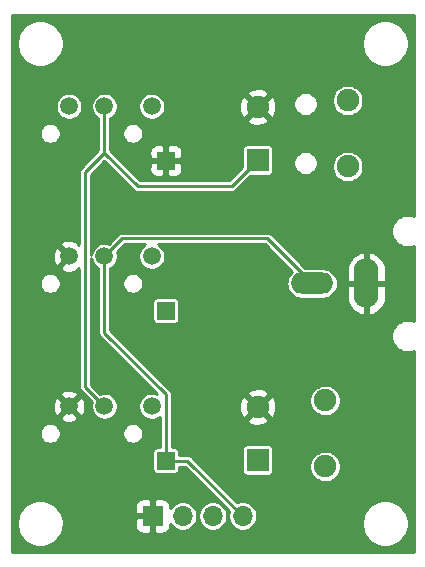
<source format=gtl>
G04 #@! TF.GenerationSoftware,KiCad,Pcbnew,(5.1.8)-1*
G04 #@! TF.CreationDate,2023-07-01T22:25:39+09:00*
G04 #@! TF.ProjectId,TRRS,54525253-2e6b-4696-9361-645f70636258,rev?*
G04 #@! TF.SameCoordinates,PX9157080PY791ddc0*
G04 #@! TF.FileFunction,Copper,L1,Top*
G04 #@! TF.FilePolarity,Positive*
%FSLAX46Y46*%
G04 Gerber Fmt 4.6, Leading zero omitted, Abs format (unit mm)*
G04 Created by KiCad (PCBNEW (5.1.8)-1) date 2023-07-01 22:25:39*
%MOMM*%
%LPD*%
G01*
G04 APERTURE LIST*
G04 #@! TA.AperFunction,ComponentPad*
%ADD10C,1.900000*%
G04 #@! TD*
G04 #@! TA.AperFunction,ComponentPad*
%ADD11R,1.900000X1.900000*%
G04 #@! TD*
G04 #@! TA.AperFunction,ComponentPad*
%ADD12O,3.600000X1.800000*%
G04 #@! TD*
G04 #@! TA.AperFunction,ComponentPad*
%ADD13O,2.100000X4.200000*%
G04 #@! TD*
G04 #@! TA.AperFunction,ComponentPad*
%ADD14C,1.500000*%
G04 #@! TD*
G04 #@! TA.AperFunction,ComponentPad*
%ADD15R,1.500000X1.500000*%
G04 #@! TD*
G04 #@! TA.AperFunction,ComponentPad*
%ADD16O,1.700000X1.700000*%
G04 #@! TD*
G04 #@! TA.AperFunction,ComponentPad*
%ADD17R,1.700000X1.700000*%
G04 #@! TD*
G04 #@! TA.AperFunction,ViaPad*
%ADD18C,0.800000*%
G04 #@! TD*
G04 #@! TA.AperFunction,Conductor*
%ADD19C,0.250000*%
G04 #@! TD*
G04 #@! TA.AperFunction,Conductor*
%ADD20C,0.254000*%
G04 #@! TD*
G04 #@! TA.AperFunction,Conductor*
%ADD21C,0.100000*%
G04 #@! TD*
G04 APERTURE END LIST*
D10*
X21590000Y13045000D03*
D11*
X21590000Y8545000D03*
D10*
X27305000Y13589000D03*
X27305000Y8001000D03*
D12*
X26200000Y23495000D03*
D13*
X30800000Y23495000D03*
D14*
X8620000Y38495000D03*
D15*
X13820000Y33895000D03*
D14*
X5620000Y38495000D03*
X12620000Y38495000D03*
D16*
X20320000Y3810000D03*
X17780000Y3810000D03*
X15240000Y3810000D03*
D17*
X12700000Y3810000D03*
D14*
X8620000Y25795000D03*
D15*
X13820000Y21195000D03*
D14*
X5620000Y25795000D03*
X12620000Y25795000D03*
X8620000Y13095000D03*
D15*
X13820000Y8495000D03*
D14*
X5620000Y13095000D03*
X12620000Y13095000D03*
D10*
X21590000Y38445000D03*
D11*
X21590000Y33945000D03*
D10*
X29210000Y38989000D03*
X29210000Y33401000D03*
D18*
X27305000Y3810000D03*
X27305000Y41275000D03*
X19050000Y41275000D03*
X19050000Y23495000D03*
X8255000Y41275000D03*
D19*
X8620000Y25795000D02*
X10130000Y27305000D01*
X22390000Y27305000D02*
X26200000Y23495000D01*
X10130000Y27305000D02*
X22390000Y27305000D01*
X15635000Y8495000D02*
X20320000Y3810000D01*
X13820000Y8495000D02*
X15635000Y8495000D01*
X13820000Y8495000D02*
X13820000Y14120000D01*
X8620000Y19320000D02*
X8620000Y25795000D01*
X13820000Y14120000D02*
X8620000Y19320000D01*
X8620000Y38495000D02*
X8620000Y34560000D01*
X8620000Y34560000D02*
X11430000Y31750000D01*
X19395000Y31750000D02*
X21590000Y33945000D01*
X11430000Y31750000D02*
X19395000Y31750000D01*
X8620000Y13095000D02*
X6985000Y14730000D01*
X6985000Y32925000D02*
X8620000Y34560000D01*
X6985000Y14730000D02*
X6985000Y32925000D01*
D20*
X34798000Y29224363D02*
X34692823Y29267929D01*
X34426017Y29321000D01*
X34153983Y29321000D01*
X33887177Y29267929D01*
X33635851Y29163826D01*
X33409664Y29012693D01*
X33217307Y28820336D01*
X33066174Y28594149D01*
X32962071Y28342823D01*
X32909000Y28076017D01*
X32909000Y27803983D01*
X32962071Y27537177D01*
X33066174Y27285851D01*
X33217307Y27059664D01*
X33409664Y26867307D01*
X33635851Y26716174D01*
X33887177Y26612071D01*
X34153983Y26559000D01*
X34426017Y26559000D01*
X34692823Y26612071D01*
X34798000Y26655637D01*
X34798000Y20334363D01*
X34692823Y20377929D01*
X34426017Y20431000D01*
X34153983Y20431000D01*
X33887177Y20377929D01*
X33635851Y20273826D01*
X33409664Y20122693D01*
X33217307Y19930336D01*
X33066174Y19704149D01*
X32962071Y19452823D01*
X32909000Y19186017D01*
X32909000Y18913983D01*
X32962071Y18647177D01*
X33066174Y18395851D01*
X33217307Y18169664D01*
X33409664Y17977307D01*
X33635851Y17826174D01*
X33887177Y17722071D01*
X34153983Y17669000D01*
X34426017Y17669000D01*
X34692823Y17722071D01*
X34798000Y17765637D01*
X34798000Y762000D01*
X762000Y762000D01*
X762000Y3370111D01*
X1194000Y3370111D01*
X1194000Y2979889D01*
X1270129Y2597164D01*
X1419461Y2236645D01*
X1636257Y1912186D01*
X1912186Y1636257D01*
X2236645Y1419461D01*
X2597164Y1270129D01*
X2979889Y1194000D01*
X3370111Y1194000D01*
X3752836Y1270129D01*
X4113355Y1419461D01*
X4437814Y1636257D01*
X4713743Y1912186D01*
X4930539Y2236645D01*
X5079871Y2597164D01*
X5152043Y2960000D01*
X11211928Y2960000D01*
X11224188Y2835518D01*
X11260498Y2715820D01*
X11319463Y2605506D01*
X11398815Y2508815D01*
X11495506Y2429463D01*
X11605820Y2370498D01*
X11725518Y2334188D01*
X11850000Y2321928D01*
X12414250Y2325000D01*
X12573000Y2483750D01*
X12573000Y3683000D01*
X11373750Y3683000D01*
X11215000Y3524250D01*
X11211928Y2960000D01*
X5152043Y2960000D01*
X5156000Y2979889D01*
X5156000Y3370111D01*
X5079871Y3752836D01*
X4930539Y4113355D01*
X4713743Y4437814D01*
X4491557Y4660000D01*
X11211928Y4660000D01*
X11215000Y4095750D01*
X11373750Y3937000D01*
X12573000Y3937000D01*
X12573000Y5136250D01*
X12827000Y5136250D01*
X12827000Y3937000D01*
X12847000Y3937000D01*
X12847000Y3683000D01*
X12827000Y3683000D01*
X12827000Y2483750D01*
X12985750Y2325000D01*
X13550000Y2321928D01*
X13674482Y2334188D01*
X13794180Y2370498D01*
X13904494Y2429463D01*
X14001185Y2508815D01*
X14080537Y2605506D01*
X14139502Y2715820D01*
X14175812Y2835518D01*
X14188072Y2960000D01*
X14186927Y3170294D01*
X14283820Y3025283D01*
X14455283Y2853820D01*
X14656903Y2719102D01*
X14880931Y2626307D01*
X15118757Y2579000D01*
X15361243Y2579000D01*
X15599069Y2626307D01*
X15823097Y2719102D01*
X16024717Y2853820D01*
X16196180Y3025283D01*
X16330898Y3226903D01*
X16423693Y3450931D01*
X16471000Y3688757D01*
X16471000Y3931243D01*
X16549000Y3931243D01*
X16549000Y3688757D01*
X16596307Y3450931D01*
X16689102Y3226903D01*
X16823820Y3025283D01*
X16995283Y2853820D01*
X17196903Y2719102D01*
X17420931Y2626307D01*
X17658757Y2579000D01*
X17901243Y2579000D01*
X18139069Y2626307D01*
X18363097Y2719102D01*
X18564717Y2853820D01*
X18736180Y3025283D01*
X18870898Y3226903D01*
X18963693Y3450931D01*
X19011000Y3688757D01*
X19011000Y3931243D01*
X18963693Y4169069D01*
X18870898Y4393097D01*
X18736180Y4594717D01*
X18564717Y4766180D01*
X18363097Y4900898D01*
X18139069Y4993693D01*
X17901243Y5041000D01*
X17658757Y5041000D01*
X17420931Y4993693D01*
X17196903Y4900898D01*
X16995283Y4766180D01*
X16823820Y4594717D01*
X16689102Y4393097D01*
X16596307Y4169069D01*
X16549000Y3931243D01*
X16471000Y3931243D01*
X16423693Y4169069D01*
X16330898Y4393097D01*
X16196180Y4594717D01*
X16024717Y4766180D01*
X15823097Y4900898D01*
X15599069Y4993693D01*
X15361243Y5041000D01*
X15118757Y5041000D01*
X14880931Y4993693D01*
X14656903Y4900898D01*
X14455283Y4766180D01*
X14283820Y4594717D01*
X14186927Y4449706D01*
X14188072Y4660000D01*
X14175812Y4784482D01*
X14139502Y4904180D01*
X14080537Y5014494D01*
X14001185Y5111185D01*
X13904494Y5190537D01*
X13794180Y5249502D01*
X13674482Y5285812D01*
X13550000Y5298072D01*
X12985750Y5295000D01*
X12827000Y5136250D01*
X12573000Y5136250D01*
X12414250Y5295000D01*
X11850000Y5298072D01*
X11725518Y5285812D01*
X11605820Y5249502D01*
X11495506Y5190537D01*
X11398815Y5111185D01*
X11319463Y5014494D01*
X11260498Y4904180D01*
X11224188Y4784482D01*
X11211928Y4660000D01*
X4491557Y4660000D01*
X4437814Y4713743D01*
X4113355Y4930539D01*
X3752836Y5079871D01*
X3370111Y5156000D01*
X2979889Y5156000D01*
X2597164Y5079871D01*
X2236645Y4930539D01*
X1912186Y4713743D01*
X1636257Y4437814D01*
X1419461Y4113355D01*
X1270129Y3752836D01*
X1194000Y3370111D01*
X762000Y3370111D01*
X762000Y10881771D01*
X3139000Y10881771D01*
X3139000Y10708229D01*
X3172856Y10538022D01*
X3239268Y10377690D01*
X3335682Y10233395D01*
X3458395Y10110682D01*
X3602690Y10014268D01*
X3763022Y9947856D01*
X3933229Y9914000D01*
X4106771Y9914000D01*
X4276978Y9947856D01*
X4437310Y10014268D01*
X4581605Y10110682D01*
X4704318Y10233395D01*
X4800732Y10377690D01*
X4867144Y10538022D01*
X4901000Y10708229D01*
X4901000Y10881771D01*
X10139000Y10881771D01*
X10139000Y10708229D01*
X10172856Y10538022D01*
X10239268Y10377690D01*
X10335682Y10233395D01*
X10458395Y10110682D01*
X10602690Y10014268D01*
X10763022Y9947856D01*
X10933229Y9914000D01*
X11106771Y9914000D01*
X11276978Y9947856D01*
X11437310Y10014268D01*
X11581605Y10110682D01*
X11704318Y10233395D01*
X11800732Y10377690D01*
X11867144Y10538022D01*
X11901000Y10708229D01*
X11901000Y10881771D01*
X11867144Y11051978D01*
X11800732Y11212310D01*
X11704318Y11356605D01*
X11581605Y11479318D01*
X11437310Y11575732D01*
X11276978Y11642144D01*
X11106771Y11676000D01*
X10933229Y11676000D01*
X10763022Y11642144D01*
X10602690Y11575732D01*
X10458395Y11479318D01*
X10335682Y11356605D01*
X10239268Y11212310D01*
X10172856Y11051978D01*
X10139000Y10881771D01*
X4901000Y10881771D01*
X4867144Y11051978D01*
X4800732Y11212310D01*
X4704318Y11356605D01*
X4581605Y11479318D01*
X4437310Y11575732D01*
X4276978Y11642144D01*
X4106771Y11676000D01*
X3933229Y11676000D01*
X3763022Y11642144D01*
X3602690Y11575732D01*
X3458395Y11479318D01*
X3335682Y11356605D01*
X3239268Y11212310D01*
X3172856Y11051978D01*
X3139000Y10881771D01*
X762000Y10881771D01*
X762000Y12138007D01*
X4842612Y12138007D01*
X4908137Y11899140D01*
X5155116Y11783240D01*
X5419960Y11717750D01*
X5692492Y11705188D01*
X5962238Y11746035D01*
X6218832Y11838723D01*
X6331863Y11899140D01*
X6397388Y12138007D01*
X5620000Y12915395D01*
X4842612Y12138007D01*
X762000Y12138007D01*
X762000Y13022508D01*
X4230188Y13022508D01*
X4271035Y12752762D01*
X4363723Y12496168D01*
X4424140Y12383137D01*
X4663007Y12317612D01*
X5440395Y13095000D01*
X5799605Y13095000D01*
X6576993Y12317612D01*
X6815860Y12383137D01*
X6931760Y12630116D01*
X6997250Y12894960D01*
X7009812Y13167492D01*
X6968965Y13437238D01*
X6876277Y13693832D01*
X6815860Y13806863D01*
X6576993Y13872388D01*
X5799605Y13095000D01*
X5440395Y13095000D01*
X4663007Y13872388D01*
X4424140Y13806863D01*
X4308240Y13559884D01*
X4242750Y13295040D01*
X4230188Y13022508D01*
X762000Y13022508D01*
X762000Y14051993D01*
X4842612Y14051993D01*
X5620000Y13274605D01*
X6397388Y14051993D01*
X6331863Y14290860D01*
X6084884Y14406760D01*
X5820040Y14472250D01*
X5547508Y14484812D01*
X5277762Y14443965D01*
X5021168Y14351277D01*
X4908137Y14290860D01*
X4842612Y14051993D01*
X762000Y14051993D01*
X762000Y23581771D01*
X3139000Y23581771D01*
X3139000Y23408229D01*
X3172856Y23238022D01*
X3239268Y23077690D01*
X3335682Y22933395D01*
X3458395Y22810682D01*
X3602690Y22714268D01*
X3763022Y22647856D01*
X3933229Y22614000D01*
X4106771Y22614000D01*
X4276978Y22647856D01*
X4437310Y22714268D01*
X4581605Y22810682D01*
X4704318Y22933395D01*
X4800732Y23077690D01*
X4867144Y23238022D01*
X4901000Y23408229D01*
X4901000Y23581771D01*
X4867144Y23751978D01*
X4800732Y23912310D01*
X4704318Y24056605D01*
X4581605Y24179318D01*
X4437310Y24275732D01*
X4276978Y24342144D01*
X4106771Y24376000D01*
X3933229Y24376000D01*
X3763022Y24342144D01*
X3602690Y24275732D01*
X3458395Y24179318D01*
X3335682Y24056605D01*
X3239268Y23912310D01*
X3172856Y23751978D01*
X3139000Y23581771D01*
X762000Y23581771D01*
X762000Y25722508D01*
X4230188Y25722508D01*
X4271035Y25452762D01*
X4363723Y25196168D01*
X4424140Y25083137D01*
X4663007Y25017612D01*
X5440395Y25795000D01*
X4663007Y26572388D01*
X4424140Y26506863D01*
X4308240Y26259884D01*
X4242750Y25995040D01*
X4230188Y25722508D01*
X762000Y25722508D01*
X762000Y26751993D01*
X4842612Y26751993D01*
X5620000Y25974605D01*
X5634143Y25988747D01*
X5813748Y25809142D01*
X5799605Y25795000D01*
X5813748Y25780857D01*
X5634143Y25601252D01*
X5620000Y25615395D01*
X4842612Y24838007D01*
X4908137Y24599140D01*
X5155116Y24483240D01*
X5419960Y24417750D01*
X5692492Y24405188D01*
X5962238Y24446035D01*
X6218832Y24538723D01*
X6331863Y24599140D01*
X6397387Y24838005D01*
X6479001Y24756391D01*
X6479000Y14754846D01*
X6476553Y14730000D01*
X6479000Y14705154D01*
X6479000Y14705147D01*
X6486322Y14630808D01*
X6515255Y14535426D01*
X6562241Y14447521D01*
X6625473Y14370473D01*
X6644785Y14354624D01*
X7544779Y13454630D01*
X7532464Y13424900D01*
X7489000Y13206394D01*
X7489000Y12983606D01*
X7532464Y12765100D01*
X7617721Y12559271D01*
X7741495Y12374030D01*
X7899030Y12216495D01*
X8084271Y12092721D01*
X8290100Y12007464D01*
X8508606Y11964000D01*
X8731394Y11964000D01*
X8949900Y12007464D01*
X9155729Y12092721D01*
X9340970Y12216495D01*
X9498505Y12374030D01*
X9622279Y12559271D01*
X9707536Y12765100D01*
X9751000Y12983606D01*
X9751000Y13206394D01*
X9707536Y13424900D01*
X9622279Y13630729D01*
X9498505Y13815970D01*
X9340970Y13973505D01*
X9155729Y14097279D01*
X8949900Y14182536D01*
X8731394Y14226000D01*
X8508606Y14226000D01*
X8290100Y14182536D01*
X8260370Y14170221D01*
X7491000Y14939591D01*
X7491000Y25673551D01*
X7532464Y25465100D01*
X7617721Y25259271D01*
X7741495Y25074030D01*
X7899030Y24916495D01*
X8084271Y24792721D01*
X8114001Y24780407D01*
X8114000Y19344846D01*
X8111553Y19320000D01*
X8114000Y19295154D01*
X8114000Y19295147D01*
X8121322Y19220808D01*
X8150255Y19125426D01*
X8197241Y19037521D01*
X8260473Y18960473D01*
X8279785Y18944624D01*
X13106906Y14117502D01*
X12949900Y14182536D01*
X12731394Y14226000D01*
X12508606Y14226000D01*
X12290100Y14182536D01*
X12084271Y14097279D01*
X11899030Y13973505D01*
X11741495Y13815970D01*
X11617721Y13630729D01*
X11532464Y13424900D01*
X11489000Y13206394D01*
X11489000Y12983606D01*
X11532464Y12765100D01*
X11617721Y12559271D01*
X11741495Y12374030D01*
X11899030Y12216495D01*
X12084271Y12092721D01*
X12290100Y12007464D01*
X12508606Y11964000D01*
X12731394Y11964000D01*
X12949900Y12007464D01*
X13155729Y12092721D01*
X13314001Y12198475D01*
X13314000Y9627843D01*
X13070000Y9627843D01*
X12995311Y9620487D01*
X12923492Y9598701D01*
X12857304Y9563322D01*
X12799289Y9515711D01*
X12751678Y9457696D01*
X12716299Y9391508D01*
X12694513Y9319689D01*
X12687157Y9245000D01*
X12687157Y7745000D01*
X12694513Y7670311D01*
X12716299Y7598492D01*
X12751678Y7532304D01*
X12799289Y7474289D01*
X12857304Y7426678D01*
X12923492Y7391299D01*
X12995311Y7369513D01*
X13070000Y7362157D01*
X14570000Y7362157D01*
X14644689Y7369513D01*
X14716508Y7391299D01*
X14782696Y7426678D01*
X14840711Y7474289D01*
X14888322Y7532304D01*
X14923701Y7598492D01*
X14945487Y7670311D01*
X14952843Y7745000D01*
X14952843Y7989000D01*
X15425409Y7989000D01*
X19168242Y4246166D01*
X19136307Y4169069D01*
X19089000Y3931243D01*
X19089000Y3688757D01*
X19136307Y3450931D01*
X19229102Y3226903D01*
X19363820Y3025283D01*
X19535283Y2853820D01*
X19736903Y2719102D01*
X19960931Y2626307D01*
X20198757Y2579000D01*
X20441243Y2579000D01*
X20679069Y2626307D01*
X20903097Y2719102D01*
X21104717Y2853820D01*
X21276180Y3025283D01*
X21410898Y3226903D01*
X21470216Y3370111D01*
X30404000Y3370111D01*
X30404000Y2979889D01*
X30480129Y2597164D01*
X30629461Y2236645D01*
X30846257Y1912186D01*
X31122186Y1636257D01*
X31446645Y1419461D01*
X31807164Y1270129D01*
X32189889Y1194000D01*
X32580111Y1194000D01*
X32962836Y1270129D01*
X33323355Y1419461D01*
X33647814Y1636257D01*
X33923743Y1912186D01*
X34140539Y2236645D01*
X34289871Y2597164D01*
X34366000Y2979889D01*
X34366000Y3370111D01*
X34289871Y3752836D01*
X34140539Y4113355D01*
X33923743Y4437814D01*
X33647814Y4713743D01*
X33323355Y4930539D01*
X32962836Y5079871D01*
X32580111Y5156000D01*
X32189889Y5156000D01*
X31807164Y5079871D01*
X31446645Y4930539D01*
X31122186Y4713743D01*
X30846257Y4437814D01*
X30629461Y4113355D01*
X30480129Y3752836D01*
X30404000Y3370111D01*
X21470216Y3370111D01*
X21503693Y3450931D01*
X21551000Y3688757D01*
X21551000Y3931243D01*
X21503693Y4169069D01*
X21410898Y4393097D01*
X21276180Y4594717D01*
X21104717Y4766180D01*
X20903097Y4900898D01*
X20679069Y4993693D01*
X20441243Y5041000D01*
X20198757Y5041000D01*
X19960931Y4993693D01*
X19883834Y4961758D01*
X16010376Y8835215D01*
X15994527Y8854527D01*
X15917479Y8917759D01*
X15829575Y8964745D01*
X15734193Y8993678D01*
X15659854Y9001000D01*
X15659846Y9001000D01*
X15635000Y9003447D01*
X15610154Y9001000D01*
X14952843Y9001000D01*
X14952843Y9245000D01*
X14945487Y9319689D01*
X14923701Y9391508D01*
X14888322Y9457696D01*
X14857708Y9495000D01*
X20257157Y9495000D01*
X20257157Y7595000D01*
X20264513Y7520311D01*
X20286299Y7448492D01*
X20321678Y7382304D01*
X20369289Y7324289D01*
X20427304Y7276678D01*
X20493492Y7241299D01*
X20565311Y7219513D01*
X20640000Y7212157D01*
X22540000Y7212157D01*
X22614689Y7219513D01*
X22686508Y7241299D01*
X22752696Y7276678D01*
X22810711Y7324289D01*
X22858322Y7382304D01*
X22893701Y7448492D01*
X22915487Y7520311D01*
X22922843Y7595000D01*
X22922843Y8132092D01*
X25974000Y8132092D01*
X25974000Y7869908D01*
X26025150Y7612762D01*
X26125483Y7370535D01*
X26271145Y7152537D01*
X26456537Y6967145D01*
X26674535Y6821483D01*
X26916762Y6721150D01*
X27173908Y6670000D01*
X27436092Y6670000D01*
X27693238Y6721150D01*
X27935465Y6821483D01*
X28153463Y6967145D01*
X28338855Y7152537D01*
X28484517Y7370535D01*
X28584850Y7612762D01*
X28636000Y7869908D01*
X28636000Y8132092D01*
X28584850Y8389238D01*
X28484517Y8631465D01*
X28338855Y8849463D01*
X28153463Y9034855D01*
X27935465Y9180517D01*
X27693238Y9280850D01*
X27436092Y9332000D01*
X27173908Y9332000D01*
X26916762Y9280850D01*
X26674535Y9180517D01*
X26456537Y9034855D01*
X26271145Y8849463D01*
X26125483Y8631465D01*
X26025150Y8389238D01*
X25974000Y8132092D01*
X22922843Y8132092D01*
X22922843Y9495000D01*
X22915487Y9569689D01*
X22893701Y9641508D01*
X22858322Y9707696D01*
X22810711Y9765711D01*
X22752696Y9813322D01*
X22686508Y9848701D01*
X22614689Y9870487D01*
X22540000Y9877843D01*
X20640000Y9877843D01*
X20565311Y9870487D01*
X20493492Y9848701D01*
X20427304Y9813322D01*
X20369289Y9765711D01*
X20321678Y9707696D01*
X20286299Y9641508D01*
X20264513Y9569689D01*
X20257157Y9495000D01*
X14857708Y9495000D01*
X14840711Y9515711D01*
X14782696Y9563322D01*
X14716508Y9598701D01*
X14644689Y9620487D01*
X14570000Y9627843D01*
X14326000Y9627843D01*
X14326000Y11945248D01*
X20669853Y11945248D01*
X20759579Y11685958D01*
X21040671Y11550065D01*
X21342873Y11471621D01*
X21654573Y11453641D01*
X21963791Y11496816D01*
X22258644Y11599487D01*
X22420421Y11685958D01*
X22510147Y11945248D01*
X21590000Y12865395D01*
X20669853Y11945248D01*
X14326000Y11945248D01*
X14326000Y12980427D01*
X19998641Y12980427D01*
X20041816Y12671209D01*
X20144487Y12376356D01*
X20230958Y12214579D01*
X20490248Y12124853D01*
X21410395Y13045000D01*
X21769605Y13045000D01*
X22689752Y12124853D01*
X22949042Y12214579D01*
X23084935Y12495671D01*
X23163379Y12797873D01*
X23181359Y13109573D01*
X23138184Y13418791D01*
X23035513Y13713644D01*
X23032067Y13720092D01*
X25974000Y13720092D01*
X25974000Y13457908D01*
X26025150Y13200762D01*
X26125483Y12958535D01*
X26271145Y12740537D01*
X26456537Y12555145D01*
X26674535Y12409483D01*
X26916762Y12309150D01*
X27173908Y12258000D01*
X27436092Y12258000D01*
X27693238Y12309150D01*
X27935465Y12409483D01*
X28153463Y12555145D01*
X28338855Y12740537D01*
X28484517Y12958535D01*
X28584850Y13200762D01*
X28636000Y13457908D01*
X28636000Y13720092D01*
X28584850Y13977238D01*
X28484517Y14219465D01*
X28338855Y14437463D01*
X28153463Y14622855D01*
X27935465Y14768517D01*
X27693238Y14868850D01*
X27436092Y14920000D01*
X27173908Y14920000D01*
X26916762Y14868850D01*
X26674535Y14768517D01*
X26456537Y14622855D01*
X26271145Y14437463D01*
X26125483Y14219465D01*
X26025150Y13977238D01*
X25974000Y13720092D01*
X23032067Y13720092D01*
X22949042Y13875421D01*
X22689752Y13965147D01*
X21769605Y13045000D01*
X21410395Y13045000D01*
X20490248Y13965147D01*
X20230958Y13875421D01*
X20095065Y13594329D01*
X20016621Y13292127D01*
X19998641Y12980427D01*
X14326000Y12980427D01*
X14326000Y14095146D01*
X14328448Y14120000D01*
X14326011Y14144752D01*
X20669853Y14144752D01*
X21590000Y13224605D01*
X22510147Y14144752D01*
X22420421Y14404042D01*
X22139329Y14539935D01*
X21837127Y14618379D01*
X21525427Y14636359D01*
X21216209Y14593184D01*
X20921356Y14490513D01*
X20759579Y14404042D01*
X20669853Y14144752D01*
X14326011Y14144752D01*
X14318678Y14219193D01*
X14289745Y14314575D01*
X14270127Y14351277D01*
X14242759Y14402479D01*
X14179527Y14479527D01*
X14160220Y14495372D01*
X9126000Y19529591D01*
X9126000Y21945000D01*
X12687157Y21945000D01*
X12687157Y20445000D01*
X12694513Y20370311D01*
X12716299Y20298492D01*
X12751678Y20232304D01*
X12799289Y20174289D01*
X12857304Y20126678D01*
X12923492Y20091299D01*
X12995311Y20069513D01*
X13070000Y20062157D01*
X14570000Y20062157D01*
X14644689Y20069513D01*
X14716508Y20091299D01*
X14782696Y20126678D01*
X14840711Y20174289D01*
X14888322Y20232304D01*
X14923701Y20298492D01*
X14945487Y20370311D01*
X14952843Y20445000D01*
X14952843Y21945000D01*
X14945487Y22019689D01*
X14923701Y22091508D01*
X14888322Y22157696D01*
X14840711Y22215711D01*
X14782696Y22263322D01*
X14716508Y22298701D01*
X14644689Y22320487D01*
X14570000Y22327843D01*
X13070000Y22327843D01*
X12995311Y22320487D01*
X12923492Y22298701D01*
X12857304Y22263322D01*
X12799289Y22215711D01*
X12751678Y22157696D01*
X12716299Y22091508D01*
X12694513Y22019689D01*
X12687157Y21945000D01*
X9126000Y21945000D01*
X9126000Y23581771D01*
X10139000Y23581771D01*
X10139000Y23408229D01*
X10172856Y23238022D01*
X10239268Y23077690D01*
X10335682Y22933395D01*
X10458395Y22810682D01*
X10602690Y22714268D01*
X10763022Y22647856D01*
X10933229Y22614000D01*
X11106771Y22614000D01*
X11276978Y22647856D01*
X11437310Y22714268D01*
X11581605Y22810682D01*
X11704318Y22933395D01*
X11800732Y23077690D01*
X11867144Y23238022D01*
X11901000Y23408229D01*
X11901000Y23581771D01*
X11867144Y23751978D01*
X11800732Y23912310D01*
X11704318Y24056605D01*
X11581605Y24179318D01*
X11437310Y24275732D01*
X11276978Y24342144D01*
X11106771Y24376000D01*
X10933229Y24376000D01*
X10763022Y24342144D01*
X10602690Y24275732D01*
X10458395Y24179318D01*
X10335682Y24056605D01*
X10239268Y23912310D01*
X10172856Y23751978D01*
X10139000Y23581771D01*
X9126000Y23581771D01*
X9126000Y24780407D01*
X9155729Y24792721D01*
X9340970Y24916495D01*
X9498505Y25074030D01*
X9622279Y25259271D01*
X9707536Y25465100D01*
X9751000Y25683606D01*
X9751000Y25906394D01*
X9707536Y26124900D01*
X9695221Y26154630D01*
X10339592Y26799000D01*
X12088426Y26799000D01*
X12084271Y26797279D01*
X11899030Y26673505D01*
X11741495Y26515970D01*
X11617721Y26330729D01*
X11532464Y26124900D01*
X11489000Y25906394D01*
X11489000Y25683606D01*
X11532464Y25465100D01*
X11617721Y25259271D01*
X11741495Y25074030D01*
X11899030Y24916495D01*
X12084271Y24792721D01*
X12290100Y24707464D01*
X12508606Y24664000D01*
X12731394Y24664000D01*
X12949900Y24707464D01*
X13155729Y24792721D01*
X13340970Y24916495D01*
X13498505Y25074030D01*
X13622279Y25259271D01*
X13707536Y25465100D01*
X13751000Y25683606D01*
X13751000Y25906394D01*
X13707536Y26124900D01*
X13622279Y26330729D01*
X13498505Y26515970D01*
X13340970Y26673505D01*
X13155729Y26797279D01*
X13151574Y26799000D01*
X22180409Y26799000D01*
X24491099Y24488309D01*
X24389814Y24405186D01*
X24229734Y24210129D01*
X24110784Y23987589D01*
X24037535Y23746120D01*
X24012802Y23495000D01*
X24037535Y23243880D01*
X24110784Y23002411D01*
X24229734Y22779871D01*
X24389814Y22584814D01*
X24584871Y22424734D01*
X24807411Y22305784D01*
X25048880Y22232535D01*
X25237070Y22214000D01*
X27162930Y22214000D01*
X27351120Y22232535D01*
X27592589Y22305784D01*
X27815129Y22424734D01*
X28010186Y22584814D01*
X28170266Y22779871D01*
X28289216Y23002411D01*
X28362465Y23243880D01*
X28374689Y23368000D01*
X29115000Y23368000D01*
X29115000Y22318000D01*
X29172153Y21991713D01*
X29291864Y21682846D01*
X29469531Y21403268D01*
X29698327Y21163723D01*
X29969460Y20973417D01*
X30272510Y20839663D01*
X30411721Y20805346D01*
X30673000Y20924043D01*
X30673000Y23368000D01*
X30927000Y23368000D01*
X30927000Y20924043D01*
X31188279Y20805346D01*
X31327490Y20839663D01*
X31630540Y20973417D01*
X31901673Y21163723D01*
X32130469Y21403268D01*
X32308136Y21682846D01*
X32427847Y21991713D01*
X32485000Y22318000D01*
X32485000Y23368000D01*
X30927000Y23368000D01*
X30673000Y23368000D01*
X29115000Y23368000D01*
X28374689Y23368000D01*
X28387198Y23495000D01*
X28362465Y23746120D01*
X28289216Y23987589D01*
X28170266Y24210129D01*
X28010186Y24405186D01*
X27815129Y24565266D01*
X27615444Y24672000D01*
X29115000Y24672000D01*
X29115000Y23622000D01*
X30673000Y23622000D01*
X30673000Y26065957D01*
X30927000Y26065957D01*
X30927000Y23622000D01*
X32485000Y23622000D01*
X32485000Y24672000D01*
X32427847Y24998287D01*
X32308136Y25307154D01*
X32130469Y25586732D01*
X31901673Y25826277D01*
X31630540Y26016583D01*
X31327490Y26150337D01*
X31188279Y26184654D01*
X30927000Y26065957D01*
X30673000Y26065957D01*
X30411721Y26184654D01*
X30272510Y26150337D01*
X29969460Y26016583D01*
X29698327Y25826277D01*
X29469531Y25586732D01*
X29291864Y25307154D01*
X29172153Y24998287D01*
X29115000Y24672000D01*
X27615444Y24672000D01*
X27592589Y24684216D01*
X27351120Y24757465D01*
X27162930Y24776000D01*
X25634592Y24776000D01*
X22765376Y27645215D01*
X22749527Y27664527D01*
X22672479Y27727759D01*
X22584575Y27774745D01*
X22489193Y27803678D01*
X22414854Y27811000D01*
X22414846Y27811000D01*
X22390000Y27813447D01*
X22365154Y27811000D01*
X10154845Y27811000D01*
X10129999Y27813447D01*
X10105153Y27811000D01*
X10105146Y27811000D01*
X10040694Y27804652D01*
X10030806Y27803678D01*
X10008607Y27796944D01*
X9935425Y27774745D01*
X9847521Y27727759D01*
X9770473Y27664527D01*
X9754628Y27645220D01*
X8979630Y26870221D01*
X8949900Y26882536D01*
X8731394Y26926000D01*
X8508606Y26926000D01*
X8290100Y26882536D01*
X8084271Y26797279D01*
X7899030Y26673505D01*
X7741495Y26515970D01*
X7617721Y26330729D01*
X7532464Y26124900D01*
X7491000Y25916449D01*
X7491000Y32715409D01*
X8620000Y33844409D01*
X11054628Y31409780D01*
X11070473Y31390473D01*
X11147521Y31327241D01*
X11235425Y31280255D01*
X11330806Y31251322D01*
X11340694Y31250348D01*
X11405146Y31244000D01*
X11405153Y31244000D01*
X11429999Y31241553D01*
X11454845Y31244000D01*
X19370154Y31244000D01*
X19395000Y31241553D01*
X19419846Y31244000D01*
X19419854Y31244000D01*
X19494193Y31251322D01*
X19589575Y31280255D01*
X19677479Y31327241D01*
X19754527Y31390473D01*
X19770376Y31409785D01*
X20972749Y32612157D01*
X22540000Y32612157D01*
X22614689Y32619513D01*
X22686508Y32641299D01*
X22752696Y32676678D01*
X22810711Y32724289D01*
X22858322Y32782304D01*
X22893701Y32848492D01*
X22915487Y32920311D01*
X22922843Y32995000D01*
X22922843Y33796545D01*
X24609000Y33796545D01*
X24609000Y33593455D01*
X24648620Y33394268D01*
X24726339Y33206638D01*
X24839170Y33037776D01*
X24982776Y32894170D01*
X25151638Y32781339D01*
X25339268Y32703620D01*
X25538455Y32664000D01*
X25741545Y32664000D01*
X25940732Y32703620D01*
X26128362Y32781339D01*
X26297224Y32894170D01*
X26440830Y33037776D01*
X26553661Y33206638D01*
X26631380Y33394268D01*
X26658794Y33532092D01*
X27879000Y33532092D01*
X27879000Y33269908D01*
X27930150Y33012762D01*
X28030483Y32770535D01*
X28176145Y32552537D01*
X28361537Y32367145D01*
X28579535Y32221483D01*
X28821762Y32121150D01*
X29078908Y32070000D01*
X29341092Y32070000D01*
X29598238Y32121150D01*
X29840465Y32221483D01*
X30058463Y32367145D01*
X30243855Y32552537D01*
X30389517Y32770535D01*
X30489850Y33012762D01*
X30541000Y33269908D01*
X30541000Y33532092D01*
X30489850Y33789238D01*
X30389517Y34031465D01*
X30243855Y34249463D01*
X30058463Y34434855D01*
X29840465Y34580517D01*
X29598238Y34680850D01*
X29341092Y34732000D01*
X29078908Y34732000D01*
X28821762Y34680850D01*
X28579535Y34580517D01*
X28361537Y34434855D01*
X28176145Y34249463D01*
X28030483Y34031465D01*
X27930150Y33789238D01*
X27879000Y33532092D01*
X26658794Y33532092D01*
X26671000Y33593455D01*
X26671000Y33796545D01*
X26631380Y33995732D01*
X26553661Y34183362D01*
X26440830Y34352224D01*
X26297224Y34495830D01*
X26128362Y34608661D01*
X25940732Y34686380D01*
X25741545Y34726000D01*
X25538455Y34726000D01*
X25339268Y34686380D01*
X25151638Y34608661D01*
X24982776Y34495830D01*
X24839170Y34352224D01*
X24726339Y34183362D01*
X24648620Y33995732D01*
X24609000Y33796545D01*
X22922843Y33796545D01*
X22922843Y34895000D01*
X22915487Y34969689D01*
X22893701Y35041508D01*
X22858322Y35107696D01*
X22810711Y35165711D01*
X22752696Y35213322D01*
X22686508Y35248701D01*
X22614689Y35270487D01*
X22540000Y35277843D01*
X20640000Y35277843D01*
X20565311Y35270487D01*
X20493492Y35248701D01*
X20427304Y35213322D01*
X20369289Y35165711D01*
X20321678Y35107696D01*
X20286299Y35041508D01*
X20264513Y34969689D01*
X20257157Y34895000D01*
X20257157Y33327749D01*
X19185409Y32256000D01*
X11639592Y32256000D01*
X10750592Y33145000D01*
X12431928Y33145000D01*
X12444188Y33020518D01*
X12480498Y32900820D01*
X12539463Y32790506D01*
X12618815Y32693815D01*
X12715506Y32614463D01*
X12825820Y32555498D01*
X12945518Y32519188D01*
X13070000Y32506928D01*
X13534250Y32510000D01*
X13693000Y32668750D01*
X13693000Y33768000D01*
X13947000Y33768000D01*
X13947000Y32668750D01*
X14105750Y32510000D01*
X14570000Y32506928D01*
X14694482Y32519188D01*
X14814180Y32555498D01*
X14924494Y32614463D01*
X15021185Y32693815D01*
X15100537Y32790506D01*
X15159502Y32900820D01*
X15195812Y33020518D01*
X15208072Y33145000D01*
X15205000Y33609250D01*
X15046250Y33768000D01*
X13947000Y33768000D01*
X13693000Y33768000D01*
X12593750Y33768000D01*
X12435000Y33609250D01*
X12431928Y33145000D01*
X10750592Y33145000D01*
X9250592Y34645000D01*
X12431928Y34645000D01*
X12435000Y34180750D01*
X12593750Y34022000D01*
X13693000Y34022000D01*
X13693000Y35121250D01*
X13947000Y35121250D01*
X13947000Y34022000D01*
X15046250Y34022000D01*
X15205000Y34180750D01*
X15208072Y34645000D01*
X15195812Y34769482D01*
X15159502Y34889180D01*
X15100537Y34999494D01*
X15021185Y35096185D01*
X14924494Y35175537D01*
X14814180Y35234502D01*
X14694482Y35270812D01*
X14570000Y35283072D01*
X14105750Y35280000D01*
X13947000Y35121250D01*
X13693000Y35121250D01*
X13534250Y35280000D01*
X13070000Y35283072D01*
X12945518Y35270812D01*
X12825820Y35234502D01*
X12715506Y35175537D01*
X12618815Y35096185D01*
X12539463Y34999494D01*
X12480498Y34889180D01*
X12444188Y34769482D01*
X12431928Y34645000D01*
X9250592Y34645000D01*
X9126000Y34769591D01*
X9126000Y36281771D01*
X10139000Y36281771D01*
X10139000Y36108229D01*
X10172856Y35938022D01*
X10239268Y35777690D01*
X10335682Y35633395D01*
X10458395Y35510682D01*
X10602690Y35414268D01*
X10763022Y35347856D01*
X10933229Y35314000D01*
X11106771Y35314000D01*
X11276978Y35347856D01*
X11437310Y35414268D01*
X11581605Y35510682D01*
X11704318Y35633395D01*
X11800732Y35777690D01*
X11867144Y35938022D01*
X11901000Y36108229D01*
X11901000Y36281771D01*
X11867144Y36451978D01*
X11800732Y36612310D01*
X11704318Y36756605D01*
X11581605Y36879318D01*
X11437310Y36975732D01*
X11276978Y37042144D01*
X11106771Y37076000D01*
X10933229Y37076000D01*
X10763022Y37042144D01*
X10602690Y36975732D01*
X10458395Y36879318D01*
X10335682Y36756605D01*
X10239268Y36612310D01*
X10172856Y36451978D01*
X10139000Y36281771D01*
X9126000Y36281771D01*
X9126000Y37345248D01*
X20669853Y37345248D01*
X20759579Y37085958D01*
X21040671Y36950065D01*
X21342873Y36871621D01*
X21654573Y36853641D01*
X21963791Y36896816D01*
X22258644Y36999487D01*
X22420421Y37085958D01*
X22510147Y37345248D01*
X21590000Y38265395D01*
X20669853Y37345248D01*
X9126000Y37345248D01*
X9126000Y37480407D01*
X9155729Y37492721D01*
X9340970Y37616495D01*
X9498505Y37774030D01*
X9622279Y37959271D01*
X9707536Y38165100D01*
X9751000Y38383606D01*
X9751000Y38606394D01*
X11489000Y38606394D01*
X11489000Y38383606D01*
X11532464Y38165100D01*
X11617721Y37959271D01*
X11741495Y37774030D01*
X11899030Y37616495D01*
X12084271Y37492721D01*
X12290100Y37407464D01*
X12508606Y37364000D01*
X12731394Y37364000D01*
X12949900Y37407464D01*
X13155729Y37492721D01*
X13340970Y37616495D01*
X13498505Y37774030D01*
X13622279Y37959271D01*
X13707536Y38165100D01*
X13750367Y38380427D01*
X19998641Y38380427D01*
X20041816Y38071209D01*
X20144487Y37776356D01*
X20230958Y37614579D01*
X20490248Y37524853D01*
X21410395Y38445000D01*
X21769605Y38445000D01*
X22689752Y37524853D01*
X22949042Y37614579D01*
X23084935Y37895671D01*
X23163379Y38197873D01*
X23181359Y38509573D01*
X23141291Y38796545D01*
X24609000Y38796545D01*
X24609000Y38593455D01*
X24648620Y38394268D01*
X24726339Y38206638D01*
X24839170Y38037776D01*
X24982776Y37894170D01*
X25151638Y37781339D01*
X25339268Y37703620D01*
X25538455Y37664000D01*
X25741545Y37664000D01*
X25940732Y37703620D01*
X26128362Y37781339D01*
X26297224Y37894170D01*
X26440830Y38037776D01*
X26553661Y38206638D01*
X26631380Y38394268D01*
X26671000Y38593455D01*
X26671000Y38796545D01*
X26631380Y38995732D01*
X26579869Y39120092D01*
X27879000Y39120092D01*
X27879000Y38857908D01*
X27930150Y38600762D01*
X28030483Y38358535D01*
X28176145Y38140537D01*
X28361537Y37955145D01*
X28579535Y37809483D01*
X28821762Y37709150D01*
X29078908Y37658000D01*
X29341092Y37658000D01*
X29598238Y37709150D01*
X29840465Y37809483D01*
X30058463Y37955145D01*
X30243855Y38140537D01*
X30389517Y38358535D01*
X30489850Y38600762D01*
X30541000Y38857908D01*
X30541000Y39120092D01*
X30489850Y39377238D01*
X30389517Y39619465D01*
X30243855Y39837463D01*
X30058463Y40022855D01*
X29840465Y40168517D01*
X29598238Y40268850D01*
X29341092Y40320000D01*
X29078908Y40320000D01*
X28821762Y40268850D01*
X28579535Y40168517D01*
X28361537Y40022855D01*
X28176145Y39837463D01*
X28030483Y39619465D01*
X27930150Y39377238D01*
X27879000Y39120092D01*
X26579869Y39120092D01*
X26553661Y39183362D01*
X26440830Y39352224D01*
X26297224Y39495830D01*
X26128362Y39608661D01*
X25940732Y39686380D01*
X25741545Y39726000D01*
X25538455Y39726000D01*
X25339268Y39686380D01*
X25151638Y39608661D01*
X24982776Y39495830D01*
X24839170Y39352224D01*
X24726339Y39183362D01*
X24648620Y38995732D01*
X24609000Y38796545D01*
X23141291Y38796545D01*
X23138184Y38818791D01*
X23035513Y39113644D01*
X22949042Y39275421D01*
X22689752Y39365147D01*
X21769605Y38445000D01*
X21410395Y38445000D01*
X20490248Y39365147D01*
X20230958Y39275421D01*
X20095065Y38994329D01*
X20016621Y38692127D01*
X19998641Y38380427D01*
X13750367Y38380427D01*
X13751000Y38383606D01*
X13751000Y38606394D01*
X13707536Y38824900D01*
X13622279Y39030729D01*
X13498505Y39215970D01*
X13340970Y39373505D01*
X13155729Y39497279D01*
X13041119Y39544752D01*
X20669853Y39544752D01*
X21590000Y38624605D01*
X22510147Y39544752D01*
X22420421Y39804042D01*
X22139329Y39939935D01*
X21837127Y40018379D01*
X21525427Y40036359D01*
X21216209Y39993184D01*
X20921356Y39890513D01*
X20759579Y39804042D01*
X20669853Y39544752D01*
X13041119Y39544752D01*
X12949900Y39582536D01*
X12731394Y39626000D01*
X12508606Y39626000D01*
X12290100Y39582536D01*
X12084271Y39497279D01*
X11899030Y39373505D01*
X11741495Y39215970D01*
X11617721Y39030729D01*
X11532464Y38824900D01*
X11489000Y38606394D01*
X9751000Y38606394D01*
X9707536Y38824900D01*
X9622279Y39030729D01*
X9498505Y39215970D01*
X9340970Y39373505D01*
X9155729Y39497279D01*
X8949900Y39582536D01*
X8731394Y39626000D01*
X8508606Y39626000D01*
X8290100Y39582536D01*
X8084271Y39497279D01*
X7899030Y39373505D01*
X7741495Y39215970D01*
X7617721Y39030729D01*
X7532464Y38824900D01*
X7489000Y38606394D01*
X7489000Y38383606D01*
X7532464Y38165100D01*
X7617721Y37959271D01*
X7741495Y37774030D01*
X7899030Y37616495D01*
X8084271Y37492721D01*
X8114000Y37480407D01*
X8114001Y34769593D01*
X6644780Y33300372D01*
X6625474Y33284527D01*
X6562242Y33207479D01*
X6537127Y33160492D01*
X6515255Y33119574D01*
X6486322Y33024192D01*
X6476553Y32925000D01*
X6479001Y32900144D01*
X6479001Y26833609D01*
X6397387Y26751995D01*
X6331863Y26990860D01*
X6084884Y27106760D01*
X5820040Y27172250D01*
X5547508Y27184812D01*
X5277762Y27143965D01*
X5021168Y27051277D01*
X4908137Y26990860D01*
X4842612Y26751993D01*
X762000Y26751993D01*
X762000Y36281771D01*
X3139000Y36281771D01*
X3139000Y36108229D01*
X3172856Y35938022D01*
X3239268Y35777690D01*
X3335682Y35633395D01*
X3458395Y35510682D01*
X3602690Y35414268D01*
X3763022Y35347856D01*
X3933229Y35314000D01*
X4106771Y35314000D01*
X4276978Y35347856D01*
X4437310Y35414268D01*
X4581605Y35510682D01*
X4704318Y35633395D01*
X4800732Y35777690D01*
X4867144Y35938022D01*
X4901000Y36108229D01*
X4901000Y36281771D01*
X4867144Y36451978D01*
X4800732Y36612310D01*
X4704318Y36756605D01*
X4581605Y36879318D01*
X4437310Y36975732D01*
X4276978Y37042144D01*
X4106771Y37076000D01*
X3933229Y37076000D01*
X3763022Y37042144D01*
X3602690Y36975732D01*
X3458395Y36879318D01*
X3335682Y36756605D01*
X3239268Y36612310D01*
X3172856Y36451978D01*
X3139000Y36281771D01*
X762000Y36281771D01*
X762000Y38606394D01*
X4489000Y38606394D01*
X4489000Y38383606D01*
X4532464Y38165100D01*
X4617721Y37959271D01*
X4741495Y37774030D01*
X4899030Y37616495D01*
X5084271Y37492721D01*
X5290100Y37407464D01*
X5508606Y37364000D01*
X5731394Y37364000D01*
X5949900Y37407464D01*
X6155729Y37492721D01*
X6340970Y37616495D01*
X6498505Y37774030D01*
X6622279Y37959271D01*
X6707536Y38165100D01*
X6751000Y38383606D01*
X6751000Y38606394D01*
X6707536Y38824900D01*
X6622279Y39030729D01*
X6498505Y39215970D01*
X6340970Y39373505D01*
X6155729Y39497279D01*
X5949900Y39582536D01*
X5731394Y39626000D01*
X5508606Y39626000D01*
X5290100Y39582536D01*
X5084271Y39497279D01*
X4899030Y39373505D01*
X4741495Y39215970D01*
X4617721Y39030729D01*
X4532464Y38824900D01*
X4489000Y38606394D01*
X762000Y38606394D01*
X762000Y44010111D01*
X1194000Y44010111D01*
X1194000Y43619889D01*
X1270129Y43237164D01*
X1419461Y42876645D01*
X1636257Y42552186D01*
X1912186Y42276257D01*
X2236645Y42059461D01*
X2597164Y41910129D01*
X2979889Y41834000D01*
X3370111Y41834000D01*
X3752836Y41910129D01*
X4113355Y42059461D01*
X4437814Y42276257D01*
X4713743Y42552186D01*
X4930539Y42876645D01*
X5079871Y43237164D01*
X5156000Y43619889D01*
X5156000Y44010111D01*
X30404000Y44010111D01*
X30404000Y43619889D01*
X30480129Y43237164D01*
X30629461Y42876645D01*
X30846257Y42552186D01*
X31122186Y42276257D01*
X31446645Y42059461D01*
X31807164Y41910129D01*
X32189889Y41834000D01*
X32580111Y41834000D01*
X32962836Y41910129D01*
X33323355Y42059461D01*
X33647814Y42276257D01*
X33923743Y42552186D01*
X34140539Y42876645D01*
X34289871Y43237164D01*
X34366000Y43619889D01*
X34366000Y44010111D01*
X34289871Y44392836D01*
X34140539Y44753355D01*
X33923743Y45077814D01*
X33647814Y45353743D01*
X33323355Y45570539D01*
X32962836Y45719871D01*
X32580111Y45796000D01*
X32189889Y45796000D01*
X31807164Y45719871D01*
X31446645Y45570539D01*
X31122186Y45353743D01*
X30846257Y45077814D01*
X30629461Y44753355D01*
X30480129Y44392836D01*
X30404000Y44010111D01*
X5156000Y44010111D01*
X5079871Y44392836D01*
X4930539Y44753355D01*
X4713743Y45077814D01*
X4437814Y45353743D01*
X4113355Y45570539D01*
X3752836Y45719871D01*
X3370111Y45796000D01*
X2979889Y45796000D01*
X2597164Y45719871D01*
X2236645Y45570539D01*
X1912186Y45353743D01*
X1636257Y45077814D01*
X1419461Y44753355D01*
X1270129Y44392836D01*
X1194000Y44010111D01*
X762000Y44010111D01*
X762000Y46228000D01*
X34798000Y46228000D01*
X34798000Y29224363D01*
G04 #@! TA.AperFunction,Conductor*
D21*
G36*
X34798000Y29224363D02*
G01*
X34692823Y29267929D01*
X34426017Y29321000D01*
X34153983Y29321000D01*
X33887177Y29267929D01*
X33635851Y29163826D01*
X33409664Y29012693D01*
X33217307Y28820336D01*
X33066174Y28594149D01*
X32962071Y28342823D01*
X32909000Y28076017D01*
X32909000Y27803983D01*
X32962071Y27537177D01*
X33066174Y27285851D01*
X33217307Y27059664D01*
X33409664Y26867307D01*
X33635851Y26716174D01*
X33887177Y26612071D01*
X34153983Y26559000D01*
X34426017Y26559000D01*
X34692823Y26612071D01*
X34798000Y26655637D01*
X34798000Y20334363D01*
X34692823Y20377929D01*
X34426017Y20431000D01*
X34153983Y20431000D01*
X33887177Y20377929D01*
X33635851Y20273826D01*
X33409664Y20122693D01*
X33217307Y19930336D01*
X33066174Y19704149D01*
X32962071Y19452823D01*
X32909000Y19186017D01*
X32909000Y18913983D01*
X32962071Y18647177D01*
X33066174Y18395851D01*
X33217307Y18169664D01*
X33409664Y17977307D01*
X33635851Y17826174D01*
X33887177Y17722071D01*
X34153983Y17669000D01*
X34426017Y17669000D01*
X34692823Y17722071D01*
X34798000Y17765637D01*
X34798000Y762000D01*
X762000Y762000D01*
X762000Y3370111D01*
X1194000Y3370111D01*
X1194000Y2979889D01*
X1270129Y2597164D01*
X1419461Y2236645D01*
X1636257Y1912186D01*
X1912186Y1636257D01*
X2236645Y1419461D01*
X2597164Y1270129D01*
X2979889Y1194000D01*
X3370111Y1194000D01*
X3752836Y1270129D01*
X4113355Y1419461D01*
X4437814Y1636257D01*
X4713743Y1912186D01*
X4930539Y2236645D01*
X5079871Y2597164D01*
X5152043Y2960000D01*
X11211928Y2960000D01*
X11224188Y2835518D01*
X11260498Y2715820D01*
X11319463Y2605506D01*
X11398815Y2508815D01*
X11495506Y2429463D01*
X11605820Y2370498D01*
X11725518Y2334188D01*
X11850000Y2321928D01*
X12414250Y2325000D01*
X12573000Y2483750D01*
X12573000Y3683000D01*
X11373750Y3683000D01*
X11215000Y3524250D01*
X11211928Y2960000D01*
X5152043Y2960000D01*
X5156000Y2979889D01*
X5156000Y3370111D01*
X5079871Y3752836D01*
X4930539Y4113355D01*
X4713743Y4437814D01*
X4491557Y4660000D01*
X11211928Y4660000D01*
X11215000Y4095750D01*
X11373750Y3937000D01*
X12573000Y3937000D01*
X12573000Y5136250D01*
X12827000Y5136250D01*
X12827000Y3937000D01*
X12847000Y3937000D01*
X12847000Y3683000D01*
X12827000Y3683000D01*
X12827000Y2483750D01*
X12985750Y2325000D01*
X13550000Y2321928D01*
X13674482Y2334188D01*
X13794180Y2370498D01*
X13904494Y2429463D01*
X14001185Y2508815D01*
X14080537Y2605506D01*
X14139502Y2715820D01*
X14175812Y2835518D01*
X14188072Y2960000D01*
X14186927Y3170294D01*
X14283820Y3025283D01*
X14455283Y2853820D01*
X14656903Y2719102D01*
X14880931Y2626307D01*
X15118757Y2579000D01*
X15361243Y2579000D01*
X15599069Y2626307D01*
X15823097Y2719102D01*
X16024717Y2853820D01*
X16196180Y3025283D01*
X16330898Y3226903D01*
X16423693Y3450931D01*
X16471000Y3688757D01*
X16471000Y3931243D01*
X16549000Y3931243D01*
X16549000Y3688757D01*
X16596307Y3450931D01*
X16689102Y3226903D01*
X16823820Y3025283D01*
X16995283Y2853820D01*
X17196903Y2719102D01*
X17420931Y2626307D01*
X17658757Y2579000D01*
X17901243Y2579000D01*
X18139069Y2626307D01*
X18363097Y2719102D01*
X18564717Y2853820D01*
X18736180Y3025283D01*
X18870898Y3226903D01*
X18963693Y3450931D01*
X19011000Y3688757D01*
X19011000Y3931243D01*
X18963693Y4169069D01*
X18870898Y4393097D01*
X18736180Y4594717D01*
X18564717Y4766180D01*
X18363097Y4900898D01*
X18139069Y4993693D01*
X17901243Y5041000D01*
X17658757Y5041000D01*
X17420931Y4993693D01*
X17196903Y4900898D01*
X16995283Y4766180D01*
X16823820Y4594717D01*
X16689102Y4393097D01*
X16596307Y4169069D01*
X16549000Y3931243D01*
X16471000Y3931243D01*
X16423693Y4169069D01*
X16330898Y4393097D01*
X16196180Y4594717D01*
X16024717Y4766180D01*
X15823097Y4900898D01*
X15599069Y4993693D01*
X15361243Y5041000D01*
X15118757Y5041000D01*
X14880931Y4993693D01*
X14656903Y4900898D01*
X14455283Y4766180D01*
X14283820Y4594717D01*
X14186927Y4449706D01*
X14188072Y4660000D01*
X14175812Y4784482D01*
X14139502Y4904180D01*
X14080537Y5014494D01*
X14001185Y5111185D01*
X13904494Y5190537D01*
X13794180Y5249502D01*
X13674482Y5285812D01*
X13550000Y5298072D01*
X12985750Y5295000D01*
X12827000Y5136250D01*
X12573000Y5136250D01*
X12414250Y5295000D01*
X11850000Y5298072D01*
X11725518Y5285812D01*
X11605820Y5249502D01*
X11495506Y5190537D01*
X11398815Y5111185D01*
X11319463Y5014494D01*
X11260498Y4904180D01*
X11224188Y4784482D01*
X11211928Y4660000D01*
X4491557Y4660000D01*
X4437814Y4713743D01*
X4113355Y4930539D01*
X3752836Y5079871D01*
X3370111Y5156000D01*
X2979889Y5156000D01*
X2597164Y5079871D01*
X2236645Y4930539D01*
X1912186Y4713743D01*
X1636257Y4437814D01*
X1419461Y4113355D01*
X1270129Y3752836D01*
X1194000Y3370111D01*
X762000Y3370111D01*
X762000Y10881771D01*
X3139000Y10881771D01*
X3139000Y10708229D01*
X3172856Y10538022D01*
X3239268Y10377690D01*
X3335682Y10233395D01*
X3458395Y10110682D01*
X3602690Y10014268D01*
X3763022Y9947856D01*
X3933229Y9914000D01*
X4106771Y9914000D01*
X4276978Y9947856D01*
X4437310Y10014268D01*
X4581605Y10110682D01*
X4704318Y10233395D01*
X4800732Y10377690D01*
X4867144Y10538022D01*
X4901000Y10708229D01*
X4901000Y10881771D01*
X10139000Y10881771D01*
X10139000Y10708229D01*
X10172856Y10538022D01*
X10239268Y10377690D01*
X10335682Y10233395D01*
X10458395Y10110682D01*
X10602690Y10014268D01*
X10763022Y9947856D01*
X10933229Y9914000D01*
X11106771Y9914000D01*
X11276978Y9947856D01*
X11437310Y10014268D01*
X11581605Y10110682D01*
X11704318Y10233395D01*
X11800732Y10377690D01*
X11867144Y10538022D01*
X11901000Y10708229D01*
X11901000Y10881771D01*
X11867144Y11051978D01*
X11800732Y11212310D01*
X11704318Y11356605D01*
X11581605Y11479318D01*
X11437310Y11575732D01*
X11276978Y11642144D01*
X11106771Y11676000D01*
X10933229Y11676000D01*
X10763022Y11642144D01*
X10602690Y11575732D01*
X10458395Y11479318D01*
X10335682Y11356605D01*
X10239268Y11212310D01*
X10172856Y11051978D01*
X10139000Y10881771D01*
X4901000Y10881771D01*
X4867144Y11051978D01*
X4800732Y11212310D01*
X4704318Y11356605D01*
X4581605Y11479318D01*
X4437310Y11575732D01*
X4276978Y11642144D01*
X4106771Y11676000D01*
X3933229Y11676000D01*
X3763022Y11642144D01*
X3602690Y11575732D01*
X3458395Y11479318D01*
X3335682Y11356605D01*
X3239268Y11212310D01*
X3172856Y11051978D01*
X3139000Y10881771D01*
X762000Y10881771D01*
X762000Y12138007D01*
X4842612Y12138007D01*
X4908137Y11899140D01*
X5155116Y11783240D01*
X5419960Y11717750D01*
X5692492Y11705188D01*
X5962238Y11746035D01*
X6218832Y11838723D01*
X6331863Y11899140D01*
X6397388Y12138007D01*
X5620000Y12915395D01*
X4842612Y12138007D01*
X762000Y12138007D01*
X762000Y13022508D01*
X4230188Y13022508D01*
X4271035Y12752762D01*
X4363723Y12496168D01*
X4424140Y12383137D01*
X4663007Y12317612D01*
X5440395Y13095000D01*
X5799605Y13095000D01*
X6576993Y12317612D01*
X6815860Y12383137D01*
X6931760Y12630116D01*
X6997250Y12894960D01*
X7009812Y13167492D01*
X6968965Y13437238D01*
X6876277Y13693832D01*
X6815860Y13806863D01*
X6576993Y13872388D01*
X5799605Y13095000D01*
X5440395Y13095000D01*
X4663007Y13872388D01*
X4424140Y13806863D01*
X4308240Y13559884D01*
X4242750Y13295040D01*
X4230188Y13022508D01*
X762000Y13022508D01*
X762000Y14051993D01*
X4842612Y14051993D01*
X5620000Y13274605D01*
X6397388Y14051993D01*
X6331863Y14290860D01*
X6084884Y14406760D01*
X5820040Y14472250D01*
X5547508Y14484812D01*
X5277762Y14443965D01*
X5021168Y14351277D01*
X4908137Y14290860D01*
X4842612Y14051993D01*
X762000Y14051993D01*
X762000Y23581771D01*
X3139000Y23581771D01*
X3139000Y23408229D01*
X3172856Y23238022D01*
X3239268Y23077690D01*
X3335682Y22933395D01*
X3458395Y22810682D01*
X3602690Y22714268D01*
X3763022Y22647856D01*
X3933229Y22614000D01*
X4106771Y22614000D01*
X4276978Y22647856D01*
X4437310Y22714268D01*
X4581605Y22810682D01*
X4704318Y22933395D01*
X4800732Y23077690D01*
X4867144Y23238022D01*
X4901000Y23408229D01*
X4901000Y23581771D01*
X4867144Y23751978D01*
X4800732Y23912310D01*
X4704318Y24056605D01*
X4581605Y24179318D01*
X4437310Y24275732D01*
X4276978Y24342144D01*
X4106771Y24376000D01*
X3933229Y24376000D01*
X3763022Y24342144D01*
X3602690Y24275732D01*
X3458395Y24179318D01*
X3335682Y24056605D01*
X3239268Y23912310D01*
X3172856Y23751978D01*
X3139000Y23581771D01*
X762000Y23581771D01*
X762000Y25722508D01*
X4230188Y25722508D01*
X4271035Y25452762D01*
X4363723Y25196168D01*
X4424140Y25083137D01*
X4663007Y25017612D01*
X5440395Y25795000D01*
X4663007Y26572388D01*
X4424140Y26506863D01*
X4308240Y26259884D01*
X4242750Y25995040D01*
X4230188Y25722508D01*
X762000Y25722508D01*
X762000Y26751993D01*
X4842612Y26751993D01*
X5620000Y25974605D01*
X5634143Y25988747D01*
X5813748Y25809142D01*
X5799605Y25795000D01*
X5813748Y25780857D01*
X5634143Y25601252D01*
X5620000Y25615395D01*
X4842612Y24838007D01*
X4908137Y24599140D01*
X5155116Y24483240D01*
X5419960Y24417750D01*
X5692492Y24405188D01*
X5962238Y24446035D01*
X6218832Y24538723D01*
X6331863Y24599140D01*
X6397387Y24838005D01*
X6479001Y24756391D01*
X6479000Y14754846D01*
X6476553Y14730000D01*
X6479000Y14705154D01*
X6479000Y14705147D01*
X6486322Y14630808D01*
X6515255Y14535426D01*
X6562241Y14447521D01*
X6625473Y14370473D01*
X6644785Y14354624D01*
X7544779Y13454630D01*
X7532464Y13424900D01*
X7489000Y13206394D01*
X7489000Y12983606D01*
X7532464Y12765100D01*
X7617721Y12559271D01*
X7741495Y12374030D01*
X7899030Y12216495D01*
X8084271Y12092721D01*
X8290100Y12007464D01*
X8508606Y11964000D01*
X8731394Y11964000D01*
X8949900Y12007464D01*
X9155729Y12092721D01*
X9340970Y12216495D01*
X9498505Y12374030D01*
X9622279Y12559271D01*
X9707536Y12765100D01*
X9751000Y12983606D01*
X9751000Y13206394D01*
X9707536Y13424900D01*
X9622279Y13630729D01*
X9498505Y13815970D01*
X9340970Y13973505D01*
X9155729Y14097279D01*
X8949900Y14182536D01*
X8731394Y14226000D01*
X8508606Y14226000D01*
X8290100Y14182536D01*
X8260370Y14170221D01*
X7491000Y14939591D01*
X7491000Y25673551D01*
X7532464Y25465100D01*
X7617721Y25259271D01*
X7741495Y25074030D01*
X7899030Y24916495D01*
X8084271Y24792721D01*
X8114001Y24780407D01*
X8114000Y19344846D01*
X8111553Y19320000D01*
X8114000Y19295154D01*
X8114000Y19295147D01*
X8121322Y19220808D01*
X8150255Y19125426D01*
X8197241Y19037521D01*
X8260473Y18960473D01*
X8279785Y18944624D01*
X13106906Y14117502D01*
X12949900Y14182536D01*
X12731394Y14226000D01*
X12508606Y14226000D01*
X12290100Y14182536D01*
X12084271Y14097279D01*
X11899030Y13973505D01*
X11741495Y13815970D01*
X11617721Y13630729D01*
X11532464Y13424900D01*
X11489000Y13206394D01*
X11489000Y12983606D01*
X11532464Y12765100D01*
X11617721Y12559271D01*
X11741495Y12374030D01*
X11899030Y12216495D01*
X12084271Y12092721D01*
X12290100Y12007464D01*
X12508606Y11964000D01*
X12731394Y11964000D01*
X12949900Y12007464D01*
X13155729Y12092721D01*
X13314001Y12198475D01*
X13314000Y9627843D01*
X13070000Y9627843D01*
X12995311Y9620487D01*
X12923492Y9598701D01*
X12857304Y9563322D01*
X12799289Y9515711D01*
X12751678Y9457696D01*
X12716299Y9391508D01*
X12694513Y9319689D01*
X12687157Y9245000D01*
X12687157Y7745000D01*
X12694513Y7670311D01*
X12716299Y7598492D01*
X12751678Y7532304D01*
X12799289Y7474289D01*
X12857304Y7426678D01*
X12923492Y7391299D01*
X12995311Y7369513D01*
X13070000Y7362157D01*
X14570000Y7362157D01*
X14644689Y7369513D01*
X14716508Y7391299D01*
X14782696Y7426678D01*
X14840711Y7474289D01*
X14888322Y7532304D01*
X14923701Y7598492D01*
X14945487Y7670311D01*
X14952843Y7745000D01*
X14952843Y7989000D01*
X15425409Y7989000D01*
X19168242Y4246166D01*
X19136307Y4169069D01*
X19089000Y3931243D01*
X19089000Y3688757D01*
X19136307Y3450931D01*
X19229102Y3226903D01*
X19363820Y3025283D01*
X19535283Y2853820D01*
X19736903Y2719102D01*
X19960931Y2626307D01*
X20198757Y2579000D01*
X20441243Y2579000D01*
X20679069Y2626307D01*
X20903097Y2719102D01*
X21104717Y2853820D01*
X21276180Y3025283D01*
X21410898Y3226903D01*
X21470216Y3370111D01*
X30404000Y3370111D01*
X30404000Y2979889D01*
X30480129Y2597164D01*
X30629461Y2236645D01*
X30846257Y1912186D01*
X31122186Y1636257D01*
X31446645Y1419461D01*
X31807164Y1270129D01*
X32189889Y1194000D01*
X32580111Y1194000D01*
X32962836Y1270129D01*
X33323355Y1419461D01*
X33647814Y1636257D01*
X33923743Y1912186D01*
X34140539Y2236645D01*
X34289871Y2597164D01*
X34366000Y2979889D01*
X34366000Y3370111D01*
X34289871Y3752836D01*
X34140539Y4113355D01*
X33923743Y4437814D01*
X33647814Y4713743D01*
X33323355Y4930539D01*
X32962836Y5079871D01*
X32580111Y5156000D01*
X32189889Y5156000D01*
X31807164Y5079871D01*
X31446645Y4930539D01*
X31122186Y4713743D01*
X30846257Y4437814D01*
X30629461Y4113355D01*
X30480129Y3752836D01*
X30404000Y3370111D01*
X21470216Y3370111D01*
X21503693Y3450931D01*
X21551000Y3688757D01*
X21551000Y3931243D01*
X21503693Y4169069D01*
X21410898Y4393097D01*
X21276180Y4594717D01*
X21104717Y4766180D01*
X20903097Y4900898D01*
X20679069Y4993693D01*
X20441243Y5041000D01*
X20198757Y5041000D01*
X19960931Y4993693D01*
X19883834Y4961758D01*
X16010376Y8835215D01*
X15994527Y8854527D01*
X15917479Y8917759D01*
X15829575Y8964745D01*
X15734193Y8993678D01*
X15659854Y9001000D01*
X15659846Y9001000D01*
X15635000Y9003447D01*
X15610154Y9001000D01*
X14952843Y9001000D01*
X14952843Y9245000D01*
X14945487Y9319689D01*
X14923701Y9391508D01*
X14888322Y9457696D01*
X14857708Y9495000D01*
X20257157Y9495000D01*
X20257157Y7595000D01*
X20264513Y7520311D01*
X20286299Y7448492D01*
X20321678Y7382304D01*
X20369289Y7324289D01*
X20427304Y7276678D01*
X20493492Y7241299D01*
X20565311Y7219513D01*
X20640000Y7212157D01*
X22540000Y7212157D01*
X22614689Y7219513D01*
X22686508Y7241299D01*
X22752696Y7276678D01*
X22810711Y7324289D01*
X22858322Y7382304D01*
X22893701Y7448492D01*
X22915487Y7520311D01*
X22922843Y7595000D01*
X22922843Y8132092D01*
X25974000Y8132092D01*
X25974000Y7869908D01*
X26025150Y7612762D01*
X26125483Y7370535D01*
X26271145Y7152537D01*
X26456537Y6967145D01*
X26674535Y6821483D01*
X26916762Y6721150D01*
X27173908Y6670000D01*
X27436092Y6670000D01*
X27693238Y6721150D01*
X27935465Y6821483D01*
X28153463Y6967145D01*
X28338855Y7152537D01*
X28484517Y7370535D01*
X28584850Y7612762D01*
X28636000Y7869908D01*
X28636000Y8132092D01*
X28584850Y8389238D01*
X28484517Y8631465D01*
X28338855Y8849463D01*
X28153463Y9034855D01*
X27935465Y9180517D01*
X27693238Y9280850D01*
X27436092Y9332000D01*
X27173908Y9332000D01*
X26916762Y9280850D01*
X26674535Y9180517D01*
X26456537Y9034855D01*
X26271145Y8849463D01*
X26125483Y8631465D01*
X26025150Y8389238D01*
X25974000Y8132092D01*
X22922843Y8132092D01*
X22922843Y9495000D01*
X22915487Y9569689D01*
X22893701Y9641508D01*
X22858322Y9707696D01*
X22810711Y9765711D01*
X22752696Y9813322D01*
X22686508Y9848701D01*
X22614689Y9870487D01*
X22540000Y9877843D01*
X20640000Y9877843D01*
X20565311Y9870487D01*
X20493492Y9848701D01*
X20427304Y9813322D01*
X20369289Y9765711D01*
X20321678Y9707696D01*
X20286299Y9641508D01*
X20264513Y9569689D01*
X20257157Y9495000D01*
X14857708Y9495000D01*
X14840711Y9515711D01*
X14782696Y9563322D01*
X14716508Y9598701D01*
X14644689Y9620487D01*
X14570000Y9627843D01*
X14326000Y9627843D01*
X14326000Y11945248D01*
X20669853Y11945248D01*
X20759579Y11685958D01*
X21040671Y11550065D01*
X21342873Y11471621D01*
X21654573Y11453641D01*
X21963791Y11496816D01*
X22258644Y11599487D01*
X22420421Y11685958D01*
X22510147Y11945248D01*
X21590000Y12865395D01*
X20669853Y11945248D01*
X14326000Y11945248D01*
X14326000Y12980427D01*
X19998641Y12980427D01*
X20041816Y12671209D01*
X20144487Y12376356D01*
X20230958Y12214579D01*
X20490248Y12124853D01*
X21410395Y13045000D01*
X21769605Y13045000D01*
X22689752Y12124853D01*
X22949042Y12214579D01*
X23084935Y12495671D01*
X23163379Y12797873D01*
X23181359Y13109573D01*
X23138184Y13418791D01*
X23035513Y13713644D01*
X23032067Y13720092D01*
X25974000Y13720092D01*
X25974000Y13457908D01*
X26025150Y13200762D01*
X26125483Y12958535D01*
X26271145Y12740537D01*
X26456537Y12555145D01*
X26674535Y12409483D01*
X26916762Y12309150D01*
X27173908Y12258000D01*
X27436092Y12258000D01*
X27693238Y12309150D01*
X27935465Y12409483D01*
X28153463Y12555145D01*
X28338855Y12740537D01*
X28484517Y12958535D01*
X28584850Y13200762D01*
X28636000Y13457908D01*
X28636000Y13720092D01*
X28584850Y13977238D01*
X28484517Y14219465D01*
X28338855Y14437463D01*
X28153463Y14622855D01*
X27935465Y14768517D01*
X27693238Y14868850D01*
X27436092Y14920000D01*
X27173908Y14920000D01*
X26916762Y14868850D01*
X26674535Y14768517D01*
X26456537Y14622855D01*
X26271145Y14437463D01*
X26125483Y14219465D01*
X26025150Y13977238D01*
X25974000Y13720092D01*
X23032067Y13720092D01*
X22949042Y13875421D01*
X22689752Y13965147D01*
X21769605Y13045000D01*
X21410395Y13045000D01*
X20490248Y13965147D01*
X20230958Y13875421D01*
X20095065Y13594329D01*
X20016621Y13292127D01*
X19998641Y12980427D01*
X14326000Y12980427D01*
X14326000Y14095146D01*
X14328448Y14120000D01*
X14326011Y14144752D01*
X20669853Y14144752D01*
X21590000Y13224605D01*
X22510147Y14144752D01*
X22420421Y14404042D01*
X22139329Y14539935D01*
X21837127Y14618379D01*
X21525427Y14636359D01*
X21216209Y14593184D01*
X20921356Y14490513D01*
X20759579Y14404042D01*
X20669853Y14144752D01*
X14326011Y14144752D01*
X14318678Y14219193D01*
X14289745Y14314575D01*
X14270127Y14351277D01*
X14242759Y14402479D01*
X14179527Y14479527D01*
X14160220Y14495372D01*
X9126000Y19529591D01*
X9126000Y21945000D01*
X12687157Y21945000D01*
X12687157Y20445000D01*
X12694513Y20370311D01*
X12716299Y20298492D01*
X12751678Y20232304D01*
X12799289Y20174289D01*
X12857304Y20126678D01*
X12923492Y20091299D01*
X12995311Y20069513D01*
X13070000Y20062157D01*
X14570000Y20062157D01*
X14644689Y20069513D01*
X14716508Y20091299D01*
X14782696Y20126678D01*
X14840711Y20174289D01*
X14888322Y20232304D01*
X14923701Y20298492D01*
X14945487Y20370311D01*
X14952843Y20445000D01*
X14952843Y21945000D01*
X14945487Y22019689D01*
X14923701Y22091508D01*
X14888322Y22157696D01*
X14840711Y22215711D01*
X14782696Y22263322D01*
X14716508Y22298701D01*
X14644689Y22320487D01*
X14570000Y22327843D01*
X13070000Y22327843D01*
X12995311Y22320487D01*
X12923492Y22298701D01*
X12857304Y22263322D01*
X12799289Y22215711D01*
X12751678Y22157696D01*
X12716299Y22091508D01*
X12694513Y22019689D01*
X12687157Y21945000D01*
X9126000Y21945000D01*
X9126000Y23581771D01*
X10139000Y23581771D01*
X10139000Y23408229D01*
X10172856Y23238022D01*
X10239268Y23077690D01*
X10335682Y22933395D01*
X10458395Y22810682D01*
X10602690Y22714268D01*
X10763022Y22647856D01*
X10933229Y22614000D01*
X11106771Y22614000D01*
X11276978Y22647856D01*
X11437310Y22714268D01*
X11581605Y22810682D01*
X11704318Y22933395D01*
X11800732Y23077690D01*
X11867144Y23238022D01*
X11901000Y23408229D01*
X11901000Y23581771D01*
X11867144Y23751978D01*
X11800732Y23912310D01*
X11704318Y24056605D01*
X11581605Y24179318D01*
X11437310Y24275732D01*
X11276978Y24342144D01*
X11106771Y24376000D01*
X10933229Y24376000D01*
X10763022Y24342144D01*
X10602690Y24275732D01*
X10458395Y24179318D01*
X10335682Y24056605D01*
X10239268Y23912310D01*
X10172856Y23751978D01*
X10139000Y23581771D01*
X9126000Y23581771D01*
X9126000Y24780407D01*
X9155729Y24792721D01*
X9340970Y24916495D01*
X9498505Y25074030D01*
X9622279Y25259271D01*
X9707536Y25465100D01*
X9751000Y25683606D01*
X9751000Y25906394D01*
X9707536Y26124900D01*
X9695221Y26154630D01*
X10339592Y26799000D01*
X12088426Y26799000D01*
X12084271Y26797279D01*
X11899030Y26673505D01*
X11741495Y26515970D01*
X11617721Y26330729D01*
X11532464Y26124900D01*
X11489000Y25906394D01*
X11489000Y25683606D01*
X11532464Y25465100D01*
X11617721Y25259271D01*
X11741495Y25074030D01*
X11899030Y24916495D01*
X12084271Y24792721D01*
X12290100Y24707464D01*
X12508606Y24664000D01*
X12731394Y24664000D01*
X12949900Y24707464D01*
X13155729Y24792721D01*
X13340970Y24916495D01*
X13498505Y25074030D01*
X13622279Y25259271D01*
X13707536Y25465100D01*
X13751000Y25683606D01*
X13751000Y25906394D01*
X13707536Y26124900D01*
X13622279Y26330729D01*
X13498505Y26515970D01*
X13340970Y26673505D01*
X13155729Y26797279D01*
X13151574Y26799000D01*
X22180409Y26799000D01*
X24491099Y24488309D01*
X24389814Y24405186D01*
X24229734Y24210129D01*
X24110784Y23987589D01*
X24037535Y23746120D01*
X24012802Y23495000D01*
X24037535Y23243880D01*
X24110784Y23002411D01*
X24229734Y22779871D01*
X24389814Y22584814D01*
X24584871Y22424734D01*
X24807411Y22305784D01*
X25048880Y22232535D01*
X25237070Y22214000D01*
X27162930Y22214000D01*
X27351120Y22232535D01*
X27592589Y22305784D01*
X27815129Y22424734D01*
X28010186Y22584814D01*
X28170266Y22779871D01*
X28289216Y23002411D01*
X28362465Y23243880D01*
X28374689Y23368000D01*
X29115000Y23368000D01*
X29115000Y22318000D01*
X29172153Y21991713D01*
X29291864Y21682846D01*
X29469531Y21403268D01*
X29698327Y21163723D01*
X29969460Y20973417D01*
X30272510Y20839663D01*
X30411721Y20805346D01*
X30673000Y20924043D01*
X30673000Y23368000D01*
X30927000Y23368000D01*
X30927000Y20924043D01*
X31188279Y20805346D01*
X31327490Y20839663D01*
X31630540Y20973417D01*
X31901673Y21163723D01*
X32130469Y21403268D01*
X32308136Y21682846D01*
X32427847Y21991713D01*
X32485000Y22318000D01*
X32485000Y23368000D01*
X30927000Y23368000D01*
X30673000Y23368000D01*
X29115000Y23368000D01*
X28374689Y23368000D01*
X28387198Y23495000D01*
X28362465Y23746120D01*
X28289216Y23987589D01*
X28170266Y24210129D01*
X28010186Y24405186D01*
X27815129Y24565266D01*
X27615444Y24672000D01*
X29115000Y24672000D01*
X29115000Y23622000D01*
X30673000Y23622000D01*
X30673000Y26065957D01*
X30927000Y26065957D01*
X30927000Y23622000D01*
X32485000Y23622000D01*
X32485000Y24672000D01*
X32427847Y24998287D01*
X32308136Y25307154D01*
X32130469Y25586732D01*
X31901673Y25826277D01*
X31630540Y26016583D01*
X31327490Y26150337D01*
X31188279Y26184654D01*
X30927000Y26065957D01*
X30673000Y26065957D01*
X30411721Y26184654D01*
X30272510Y26150337D01*
X29969460Y26016583D01*
X29698327Y25826277D01*
X29469531Y25586732D01*
X29291864Y25307154D01*
X29172153Y24998287D01*
X29115000Y24672000D01*
X27615444Y24672000D01*
X27592589Y24684216D01*
X27351120Y24757465D01*
X27162930Y24776000D01*
X25634592Y24776000D01*
X22765376Y27645215D01*
X22749527Y27664527D01*
X22672479Y27727759D01*
X22584575Y27774745D01*
X22489193Y27803678D01*
X22414854Y27811000D01*
X22414846Y27811000D01*
X22390000Y27813447D01*
X22365154Y27811000D01*
X10154845Y27811000D01*
X10129999Y27813447D01*
X10105153Y27811000D01*
X10105146Y27811000D01*
X10040694Y27804652D01*
X10030806Y27803678D01*
X10008607Y27796944D01*
X9935425Y27774745D01*
X9847521Y27727759D01*
X9770473Y27664527D01*
X9754628Y27645220D01*
X8979630Y26870221D01*
X8949900Y26882536D01*
X8731394Y26926000D01*
X8508606Y26926000D01*
X8290100Y26882536D01*
X8084271Y26797279D01*
X7899030Y26673505D01*
X7741495Y26515970D01*
X7617721Y26330729D01*
X7532464Y26124900D01*
X7491000Y25916449D01*
X7491000Y32715409D01*
X8620000Y33844409D01*
X11054628Y31409780D01*
X11070473Y31390473D01*
X11147521Y31327241D01*
X11235425Y31280255D01*
X11330806Y31251322D01*
X11340694Y31250348D01*
X11405146Y31244000D01*
X11405153Y31244000D01*
X11429999Y31241553D01*
X11454845Y31244000D01*
X19370154Y31244000D01*
X19395000Y31241553D01*
X19419846Y31244000D01*
X19419854Y31244000D01*
X19494193Y31251322D01*
X19589575Y31280255D01*
X19677479Y31327241D01*
X19754527Y31390473D01*
X19770376Y31409785D01*
X20972749Y32612157D01*
X22540000Y32612157D01*
X22614689Y32619513D01*
X22686508Y32641299D01*
X22752696Y32676678D01*
X22810711Y32724289D01*
X22858322Y32782304D01*
X22893701Y32848492D01*
X22915487Y32920311D01*
X22922843Y32995000D01*
X22922843Y33796545D01*
X24609000Y33796545D01*
X24609000Y33593455D01*
X24648620Y33394268D01*
X24726339Y33206638D01*
X24839170Y33037776D01*
X24982776Y32894170D01*
X25151638Y32781339D01*
X25339268Y32703620D01*
X25538455Y32664000D01*
X25741545Y32664000D01*
X25940732Y32703620D01*
X26128362Y32781339D01*
X26297224Y32894170D01*
X26440830Y33037776D01*
X26553661Y33206638D01*
X26631380Y33394268D01*
X26658794Y33532092D01*
X27879000Y33532092D01*
X27879000Y33269908D01*
X27930150Y33012762D01*
X28030483Y32770535D01*
X28176145Y32552537D01*
X28361537Y32367145D01*
X28579535Y32221483D01*
X28821762Y32121150D01*
X29078908Y32070000D01*
X29341092Y32070000D01*
X29598238Y32121150D01*
X29840465Y32221483D01*
X30058463Y32367145D01*
X30243855Y32552537D01*
X30389517Y32770535D01*
X30489850Y33012762D01*
X30541000Y33269908D01*
X30541000Y33532092D01*
X30489850Y33789238D01*
X30389517Y34031465D01*
X30243855Y34249463D01*
X30058463Y34434855D01*
X29840465Y34580517D01*
X29598238Y34680850D01*
X29341092Y34732000D01*
X29078908Y34732000D01*
X28821762Y34680850D01*
X28579535Y34580517D01*
X28361537Y34434855D01*
X28176145Y34249463D01*
X28030483Y34031465D01*
X27930150Y33789238D01*
X27879000Y33532092D01*
X26658794Y33532092D01*
X26671000Y33593455D01*
X26671000Y33796545D01*
X26631380Y33995732D01*
X26553661Y34183362D01*
X26440830Y34352224D01*
X26297224Y34495830D01*
X26128362Y34608661D01*
X25940732Y34686380D01*
X25741545Y34726000D01*
X25538455Y34726000D01*
X25339268Y34686380D01*
X25151638Y34608661D01*
X24982776Y34495830D01*
X24839170Y34352224D01*
X24726339Y34183362D01*
X24648620Y33995732D01*
X24609000Y33796545D01*
X22922843Y33796545D01*
X22922843Y34895000D01*
X22915487Y34969689D01*
X22893701Y35041508D01*
X22858322Y35107696D01*
X22810711Y35165711D01*
X22752696Y35213322D01*
X22686508Y35248701D01*
X22614689Y35270487D01*
X22540000Y35277843D01*
X20640000Y35277843D01*
X20565311Y35270487D01*
X20493492Y35248701D01*
X20427304Y35213322D01*
X20369289Y35165711D01*
X20321678Y35107696D01*
X20286299Y35041508D01*
X20264513Y34969689D01*
X20257157Y34895000D01*
X20257157Y33327749D01*
X19185409Y32256000D01*
X11639592Y32256000D01*
X10750592Y33145000D01*
X12431928Y33145000D01*
X12444188Y33020518D01*
X12480498Y32900820D01*
X12539463Y32790506D01*
X12618815Y32693815D01*
X12715506Y32614463D01*
X12825820Y32555498D01*
X12945518Y32519188D01*
X13070000Y32506928D01*
X13534250Y32510000D01*
X13693000Y32668750D01*
X13693000Y33768000D01*
X13947000Y33768000D01*
X13947000Y32668750D01*
X14105750Y32510000D01*
X14570000Y32506928D01*
X14694482Y32519188D01*
X14814180Y32555498D01*
X14924494Y32614463D01*
X15021185Y32693815D01*
X15100537Y32790506D01*
X15159502Y32900820D01*
X15195812Y33020518D01*
X15208072Y33145000D01*
X15205000Y33609250D01*
X15046250Y33768000D01*
X13947000Y33768000D01*
X13693000Y33768000D01*
X12593750Y33768000D01*
X12435000Y33609250D01*
X12431928Y33145000D01*
X10750592Y33145000D01*
X9250592Y34645000D01*
X12431928Y34645000D01*
X12435000Y34180750D01*
X12593750Y34022000D01*
X13693000Y34022000D01*
X13693000Y35121250D01*
X13947000Y35121250D01*
X13947000Y34022000D01*
X15046250Y34022000D01*
X15205000Y34180750D01*
X15208072Y34645000D01*
X15195812Y34769482D01*
X15159502Y34889180D01*
X15100537Y34999494D01*
X15021185Y35096185D01*
X14924494Y35175537D01*
X14814180Y35234502D01*
X14694482Y35270812D01*
X14570000Y35283072D01*
X14105750Y35280000D01*
X13947000Y35121250D01*
X13693000Y35121250D01*
X13534250Y35280000D01*
X13070000Y35283072D01*
X12945518Y35270812D01*
X12825820Y35234502D01*
X12715506Y35175537D01*
X12618815Y35096185D01*
X12539463Y34999494D01*
X12480498Y34889180D01*
X12444188Y34769482D01*
X12431928Y34645000D01*
X9250592Y34645000D01*
X9126000Y34769591D01*
X9126000Y36281771D01*
X10139000Y36281771D01*
X10139000Y36108229D01*
X10172856Y35938022D01*
X10239268Y35777690D01*
X10335682Y35633395D01*
X10458395Y35510682D01*
X10602690Y35414268D01*
X10763022Y35347856D01*
X10933229Y35314000D01*
X11106771Y35314000D01*
X11276978Y35347856D01*
X11437310Y35414268D01*
X11581605Y35510682D01*
X11704318Y35633395D01*
X11800732Y35777690D01*
X11867144Y35938022D01*
X11901000Y36108229D01*
X11901000Y36281771D01*
X11867144Y36451978D01*
X11800732Y36612310D01*
X11704318Y36756605D01*
X11581605Y36879318D01*
X11437310Y36975732D01*
X11276978Y37042144D01*
X11106771Y37076000D01*
X10933229Y37076000D01*
X10763022Y37042144D01*
X10602690Y36975732D01*
X10458395Y36879318D01*
X10335682Y36756605D01*
X10239268Y36612310D01*
X10172856Y36451978D01*
X10139000Y36281771D01*
X9126000Y36281771D01*
X9126000Y37345248D01*
X20669853Y37345248D01*
X20759579Y37085958D01*
X21040671Y36950065D01*
X21342873Y36871621D01*
X21654573Y36853641D01*
X21963791Y36896816D01*
X22258644Y36999487D01*
X22420421Y37085958D01*
X22510147Y37345248D01*
X21590000Y38265395D01*
X20669853Y37345248D01*
X9126000Y37345248D01*
X9126000Y37480407D01*
X9155729Y37492721D01*
X9340970Y37616495D01*
X9498505Y37774030D01*
X9622279Y37959271D01*
X9707536Y38165100D01*
X9751000Y38383606D01*
X9751000Y38606394D01*
X11489000Y38606394D01*
X11489000Y38383606D01*
X11532464Y38165100D01*
X11617721Y37959271D01*
X11741495Y37774030D01*
X11899030Y37616495D01*
X12084271Y37492721D01*
X12290100Y37407464D01*
X12508606Y37364000D01*
X12731394Y37364000D01*
X12949900Y37407464D01*
X13155729Y37492721D01*
X13340970Y37616495D01*
X13498505Y37774030D01*
X13622279Y37959271D01*
X13707536Y38165100D01*
X13750367Y38380427D01*
X19998641Y38380427D01*
X20041816Y38071209D01*
X20144487Y37776356D01*
X20230958Y37614579D01*
X20490248Y37524853D01*
X21410395Y38445000D01*
X21769605Y38445000D01*
X22689752Y37524853D01*
X22949042Y37614579D01*
X23084935Y37895671D01*
X23163379Y38197873D01*
X23181359Y38509573D01*
X23141291Y38796545D01*
X24609000Y38796545D01*
X24609000Y38593455D01*
X24648620Y38394268D01*
X24726339Y38206638D01*
X24839170Y38037776D01*
X24982776Y37894170D01*
X25151638Y37781339D01*
X25339268Y37703620D01*
X25538455Y37664000D01*
X25741545Y37664000D01*
X25940732Y37703620D01*
X26128362Y37781339D01*
X26297224Y37894170D01*
X26440830Y38037776D01*
X26553661Y38206638D01*
X26631380Y38394268D01*
X26671000Y38593455D01*
X26671000Y38796545D01*
X26631380Y38995732D01*
X26579869Y39120092D01*
X27879000Y39120092D01*
X27879000Y38857908D01*
X27930150Y38600762D01*
X28030483Y38358535D01*
X28176145Y38140537D01*
X28361537Y37955145D01*
X28579535Y37809483D01*
X28821762Y37709150D01*
X29078908Y37658000D01*
X29341092Y37658000D01*
X29598238Y37709150D01*
X29840465Y37809483D01*
X30058463Y37955145D01*
X30243855Y38140537D01*
X30389517Y38358535D01*
X30489850Y38600762D01*
X30541000Y38857908D01*
X30541000Y39120092D01*
X30489850Y39377238D01*
X30389517Y39619465D01*
X30243855Y39837463D01*
X30058463Y40022855D01*
X29840465Y40168517D01*
X29598238Y40268850D01*
X29341092Y40320000D01*
X29078908Y40320000D01*
X28821762Y40268850D01*
X28579535Y40168517D01*
X28361537Y40022855D01*
X28176145Y39837463D01*
X28030483Y39619465D01*
X27930150Y39377238D01*
X27879000Y39120092D01*
X26579869Y39120092D01*
X26553661Y39183362D01*
X26440830Y39352224D01*
X26297224Y39495830D01*
X26128362Y39608661D01*
X25940732Y39686380D01*
X25741545Y39726000D01*
X25538455Y39726000D01*
X25339268Y39686380D01*
X25151638Y39608661D01*
X24982776Y39495830D01*
X24839170Y39352224D01*
X24726339Y39183362D01*
X24648620Y38995732D01*
X24609000Y38796545D01*
X23141291Y38796545D01*
X23138184Y38818791D01*
X23035513Y39113644D01*
X22949042Y39275421D01*
X22689752Y39365147D01*
X21769605Y38445000D01*
X21410395Y38445000D01*
X20490248Y39365147D01*
X20230958Y39275421D01*
X20095065Y38994329D01*
X20016621Y38692127D01*
X19998641Y38380427D01*
X13750367Y38380427D01*
X13751000Y38383606D01*
X13751000Y38606394D01*
X13707536Y38824900D01*
X13622279Y39030729D01*
X13498505Y39215970D01*
X13340970Y39373505D01*
X13155729Y39497279D01*
X13041119Y39544752D01*
X20669853Y39544752D01*
X21590000Y38624605D01*
X22510147Y39544752D01*
X22420421Y39804042D01*
X22139329Y39939935D01*
X21837127Y40018379D01*
X21525427Y40036359D01*
X21216209Y39993184D01*
X20921356Y39890513D01*
X20759579Y39804042D01*
X20669853Y39544752D01*
X13041119Y39544752D01*
X12949900Y39582536D01*
X12731394Y39626000D01*
X12508606Y39626000D01*
X12290100Y39582536D01*
X12084271Y39497279D01*
X11899030Y39373505D01*
X11741495Y39215970D01*
X11617721Y39030729D01*
X11532464Y38824900D01*
X11489000Y38606394D01*
X9751000Y38606394D01*
X9707536Y38824900D01*
X9622279Y39030729D01*
X9498505Y39215970D01*
X9340970Y39373505D01*
X9155729Y39497279D01*
X8949900Y39582536D01*
X8731394Y39626000D01*
X8508606Y39626000D01*
X8290100Y39582536D01*
X8084271Y39497279D01*
X7899030Y39373505D01*
X7741495Y39215970D01*
X7617721Y39030729D01*
X7532464Y38824900D01*
X7489000Y38606394D01*
X7489000Y38383606D01*
X7532464Y38165100D01*
X7617721Y37959271D01*
X7741495Y37774030D01*
X7899030Y37616495D01*
X8084271Y37492721D01*
X8114000Y37480407D01*
X8114001Y34769593D01*
X6644780Y33300372D01*
X6625474Y33284527D01*
X6562242Y33207479D01*
X6537127Y33160492D01*
X6515255Y33119574D01*
X6486322Y33024192D01*
X6476553Y32925000D01*
X6479001Y32900144D01*
X6479001Y26833609D01*
X6397387Y26751995D01*
X6331863Y26990860D01*
X6084884Y27106760D01*
X5820040Y27172250D01*
X5547508Y27184812D01*
X5277762Y27143965D01*
X5021168Y27051277D01*
X4908137Y26990860D01*
X4842612Y26751993D01*
X762000Y26751993D01*
X762000Y36281771D01*
X3139000Y36281771D01*
X3139000Y36108229D01*
X3172856Y35938022D01*
X3239268Y35777690D01*
X3335682Y35633395D01*
X3458395Y35510682D01*
X3602690Y35414268D01*
X3763022Y35347856D01*
X3933229Y35314000D01*
X4106771Y35314000D01*
X4276978Y35347856D01*
X4437310Y35414268D01*
X4581605Y35510682D01*
X4704318Y35633395D01*
X4800732Y35777690D01*
X4867144Y35938022D01*
X4901000Y36108229D01*
X4901000Y36281771D01*
X4867144Y36451978D01*
X4800732Y36612310D01*
X4704318Y36756605D01*
X4581605Y36879318D01*
X4437310Y36975732D01*
X4276978Y37042144D01*
X4106771Y37076000D01*
X3933229Y37076000D01*
X3763022Y37042144D01*
X3602690Y36975732D01*
X3458395Y36879318D01*
X3335682Y36756605D01*
X3239268Y36612310D01*
X3172856Y36451978D01*
X3139000Y36281771D01*
X762000Y36281771D01*
X762000Y38606394D01*
X4489000Y38606394D01*
X4489000Y38383606D01*
X4532464Y38165100D01*
X4617721Y37959271D01*
X4741495Y37774030D01*
X4899030Y37616495D01*
X5084271Y37492721D01*
X5290100Y37407464D01*
X5508606Y37364000D01*
X5731394Y37364000D01*
X5949900Y37407464D01*
X6155729Y37492721D01*
X6340970Y37616495D01*
X6498505Y37774030D01*
X6622279Y37959271D01*
X6707536Y38165100D01*
X6751000Y38383606D01*
X6751000Y38606394D01*
X6707536Y38824900D01*
X6622279Y39030729D01*
X6498505Y39215970D01*
X6340970Y39373505D01*
X6155729Y39497279D01*
X5949900Y39582536D01*
X5731394Y39626000D01*
X5508606Y39626000D01*
X5290100Y39582536D01*
X5084271Y39497279D01*
X4899030Y39373505D01*
X4741495Y39215970D01*
X4617721Y39030729D01*
X4532464Y38824900D01*
X4489000Y38606394D01*
X762000Y38606394D01*
X762000Y44010111D01*
X1194000Y44010111D01*
X1194000Y43619889D01*
X1270129Y43237164D01*
X1419461Y42876645D01*
X1636257Y42552186D01*
X1912186Y42276257D01*
X2236645Y42059461D01*
X2597164Y41910129D01*
X2979889Y41834000D01*
X3370111Y41834000D01*
X3752836Y41910129D01*
X4113355Y42059461D01*
X4437814Y42276257D01*
X4713743Y42552186D01*
X4930539Y42876645D01*
X5079871Y43237164D01*
X5156000Y43619889D01*
X5156000Y44010111D01*
X30404000Y44010111D01*
X30404000Y43619889D01*
X30480129Y43237164D01*
X30629461Y42876645D01*
X30846257Y42552186D01*
X31122186Y42276257D01*
X31446645Y42059461D01*
X31807164Y41910129D01*
X32189889Y41834000D01*
X32580111Y41834000D01*
X32962836Y41910129D01*
X33323355Y42059461D01*
X33647814Y42276257D01*
X33923743Y42552186D01*
X34140539Y42876645D01*
X34289871Y43237164D01*
X34366000Y43619889D01*
X34366000Y44010111D01*
X34289871Y44392836D01*
X34140539Y44753355D01*
X33923743Y45077814D01*
X33647814Y45353743D01*
X33323355Y45570539D01*
X32962836Y45719871D01*
X32580111Y45796000D01*
X32189889Y45796000D01*
X31807164Y45719871D01*
X31446645Y45570539D01*
X31122186Y45353743D01*
X30846257Y45077814D01*
X30629461Y44753355D01*
X30480129Y44392836D01*
X30404000Y44010111D01*
X5156000Y44010111D01*
X5079871Y44392836D01*
X4930539Y44753355D01*
X4713743Y45077814D01*
X4437814Y45353743D01*
X4113355Y45570539D01*
X3752836Y45719871D01*
X3370111Y45796000D01*
X2979889Y45796000D01*
X2597164Y45719871D01*
X2236645Y45570539D01*
X1912186Y45353743D01*
X1636257Y45077814D01*
X1419461Y44753355D01*
X1270129Y44392836D01*
X1194000Y44010111D01*
X762000Y44010111D01*
X762000Y46228000D01*
X34798000Y46228000D01*
X34798000Y29224363D01*
G37*
G04 #@! TD.AperFunction*
M02*

</source>
